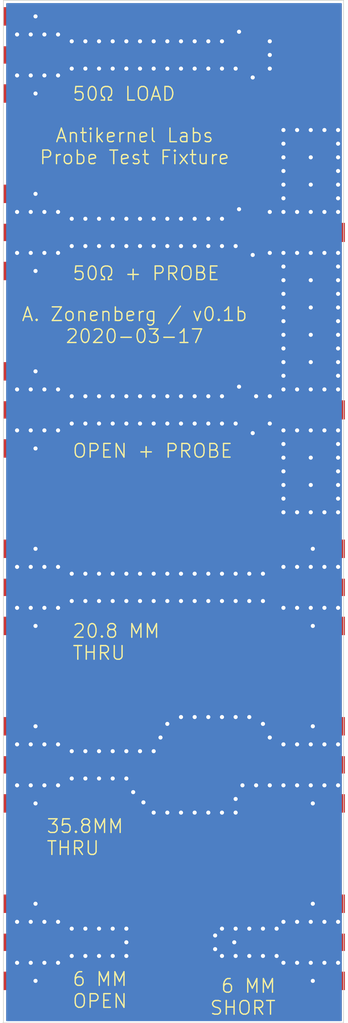
<source format=kicad_pcb>
(kicad_pcb (version 20171130) (host pcbnew "(5.1.4)")

  (general
    (thickness 1.6)
    (drawings 18)
    (tracks 902)
    (zones 0)
    (modules 17)
    (nets 8)
  )

  (page A4)
  (layers
    (0 F.Cu signal)
    (31 B.Cu signal)
    (32 B.Adhes user)
    (33 F.Adhes user)
    (34 B.Paste user)
    (35 F.Paste user)
    (36 B.SilkS user)
    (37 F.SilkS user)
    (38 B.Mask user)
    (39 F.Mask user)
    (40 Dwgs.User user)
    (41 Cmts.User user)
    (42 Eco1.User user)
    (43 Eco2.User user)
    (44 Edge.Cuts user)
    (45 Margin user)
    (46 B.CrtYd user)
    (47 F.CrtYd user)
    (48 B.Fab user)
    (49 F.Fab user)
  )

  (setup
    (last_trace_width 0.8)
    (user_trace_width 0.5)
    (user_trace_width 0.8)
    (trace_clearance 0.1)
    (zone_clearance 0.15)
    (zone_45_only no)
    (trace_min 0.2)
    (via_size 0.55)
    (via_drill 0.3)
    (via_min_size 0.4)
    (via_min_drill 0.3)
    (user_via 0.55 0.3)
    (uvia_size 0.3)
    (uvia_drill 0.1)
    (uvias_allowed no)
    (uvia_min_size 0.2)
    (uvia_min_drill 0.1)
    (edge_width 0.05)
    (segment_width 0.2)
    (pcb_text_width 0.3)
    (pcb_text_size 1.5 1.5)
    (mod_edge_width 0.12)
    (mod_text_size 1 1)
    (mod_text_width 0.15)
    (pad_size 4.8 1.4)
    (pad_drill 0)
    (pad_to_mask_clearance 0.05)
    (solder_mask_min_width 0.05)
    (aux_axis_origin 0 0)
    (visible_elements FFFFFF7F)
    (pcbplotparams
      (layerselection 0x210f8_ffffffff)
      (usegerberextensions false)
      (usegerberattributes false)
      (usegerberadvancedattributes false)
      (creategerberjobfile false)
      (excludeedgelayer true)
      (linewidth 0.100000)
      (plotframeref false)
      (viasonmask false)
      (mode 1)
      (useauxorigin false)
      (hpglpennumber 1)
      (hpglpenspeed 20)
      (hpglpendiameter 15.000000)
      (psnegative false)
      (psa4output false)
      (plotreference true)
      (plotvalue true)
      (plotinvisibletext false)
      (padsonsilk false)
      (subtractmaskfromsilk false)
      (outputformat 1)
      (mirror false)
      (drillshape 0)
      (scaleselection 1)
      (outputdirectory "output/"))
  )

  (net 0 "")
  (net 1 /GND)
  (net 2 "Net-(J1-Pad1)")
  (net 3 "Net-(J10-Pad1)")
  (net 4 "Net-(J11-Pad1)")
  (net 5 "Net-(J4-Pad1)")
  (net 6 "Net-(J5-Pad1)")
  (net 7 /OPEN)

  (net_class Default "This is the default net class."
    (clearance 0.1)
    (trace_width 0.8)
    (via_dia 0.55)
    (via_drill 0.3)
    (uvia_dia 0.3)
    (uvia_drill 0.1)
    (add_net /GND)
    (add_net /OPEN)
    (add_net "Net-(J1-Pad1)")
    (add_net "Net-(J10-Pad1)")
    (add_net "Net-(J11-Pad1)")
    (add_net "Net-(J4-Pad1)")
    (add_net "Net-(J5-Pad1)")
  )

  (module azonenberg_pcb:CONN_MILLMAX_0339_EDGELAUNCH (layer F.Cu) (tedit 5E63B330) (tstamp 5E63546C)
    (at 52.6 66)
    (path /5E6154B4)
    (fp_text reference J11 (at -0.05 2.975) (layer F.SilkS) hide
      (effects (font (size 1 1) (thickness 0.15)))
    )
    (fp_text value PROBE (at -0.025 1.575) (layer F.Fab) hide
      (effects (font (size 1 1) (thickness 0.15)))
    )
    (pad 1 smd rect (at 0 0) (size 4.8 1.4) (layers F.Cu F.Paste F.Mask)
      (net 4 "Net-(J11-Pad1)") (clearance 0.175))
    (model :datasheets:Mill-Max/pin-socket-0339.step
      (offset (xyz -2.1 0 0.65))
      (scale (xyz 1 1 1))
      (rotate (xyz 180 90 0))
    )
  )

  (module azonenberg_pcb:CONN_MILLMAX_0339_EDGELAUNCH (layer F.Cu) (tedit 5E63B322) (tstamp 5E635467)
    (at 52.6 53)
    (path /5E608C57)
    (fp_text reference J10 (at -0.05 2.975) (layer F.SilkS) hide
      (effects (font (size 1 1) (thickness 0.15)))
    )
    (fp_text value PROBE (at -0.025 1.575) (layer F.Fab) hide
      (effects (font (size 1 1) (thickness 0.15)))
    )
    (pad 1 smd rect (at 0 0) (size 4.8 1.4) (layers F.Cu F.Paste F.Mask)
      (net 3 "Net-(J10-Pad1)") (clearance 0.175))
    (model :datasheets:Mill-Max/pin-socket-0339.step
      (offset (xyz -2.1 0 0.65))
      (scale (xyz 1 1 1))
      (rotate (xyz 180 90 0))
    )
  )

  (module azonenberg_pcb:EIA_0402_RES_NOSILK_FLIPCHIP (layer F.Cu) (tedit 5E628288) (tstamp 5E635490)
    (at 47.25 65.35 90)
    (path /5E6154A2)
    (solder_paste_margin -0.1)
    (fp_text reference R6 (at 0 1.5 90) (layer F.SilkS) hide
      (effects (font (size 1 1) (thickness 0.15)))
    )
    (fp_text value DNP (at 0 3.5 90) (layer F.SilkS) hide
      (effects (font (size 1 1) (thickness 0.15)))
    )
    (pad 2 smd rect (at 0.5 0 90) (size 0.5 0.5) (layers F.Cu F.Paste F.Mask)
      (net 1 /GND))
    (pad 1 smd rect (at -0.5 0 90) (size 0.5 0.5) (layers F.Cu F.Paste F.Mask)
      (net 4 "Net-(J11-Pad1)"))
  )

  (module azonenberg_pcb:EIA_0402_RES_NOSILK_FLIPCHIP (layer F.Cu) (tedit 5E628288) (tstamp 5E63548A)
    (at 48.25 53.65 270)
    (path /5E6072EF)
    (solder_paste_margin -0.1)
    (fp_text reference R5 (at 0 1.5 90) (layer F.SilkS) hide
      (effects (font (size 1 1) (thickness 0.15)))
    )
    (fp_text value 100 (at 0 3.5 90) (layer F.SilkS) hide
      (effects (font (size 1 1) (thickness 0.15)))
    )
    (pad 2 smd rect (at 0.5 0 270) (size 0.5 0.5) (layers F.Cu F.Paste F.Mask)
      (net 1 /GND))
    (pad 1 smd rect (at -0.5 0 270) (size 0.5 0.5) (layers F.Cu F.Paste F.Mask)
      (net 3 "Net-(J10-Pad1)"))
    (model /nfs4/home/azonenberg/kicad-libs/3rdparty/walter/smd_resistors/r_0402.wrl
      (at (xyz 0 0 0))
      (scale (xyz 1 1 1))
      (rotate (xyz 0 0 0))
    )
  )

  (module azonenberg_pcb:EIA_0402_RES_NOSILK_FLIPCHIP (layer F.Cu) (tedit 5E628288) (tstamp 5E635484)
    (at 48.25 40.65 270)
    (path /5E606B42)
    (solder_paste_margin -0.1)
    (fp_text reference R4 (at 0 1.5 90) (layer F.SilkS) hide
      (effects (font (size 1 1) (thickness 0.15)))
    )
    (fp_text value 100 (at 0 3.5 90) (layer F.SilkS) hide
      (effects (font (size 1 1) (thickness 0.15)))
    )
    (pad 2 smd rect (at 0.5 0 270) (size 0.5 0.5) (layers F.Cu F.Paste F.Mask)
      (net 1 /GND))
    (pad 1 smd rect (at -0.5 0 270) (size 0.5 0.5) (layers F.Cu F.Paste F.Mask)
      (net 2 "Net-(J1-Pad1)"))
    (model /nfs4/home/azonenberg/kicad-libs/3rdparty/walter/smd_resistors/r_0402.wrl
      (at (xyz 0 0 0))
      (scale (xyz 1 1 1))
      (rotate (xyz 0 0 0))
    )
  )

  (module azonenberg_pcb:EIA_0402_RES_NOSILK_FLIPCHIP (layer F.Cu) (tedit 5E628288) (tstamp 5E63547E)
    (at 48.25 66.65 270)
    (path /5E615498)
    (solder_paste_margin -0.1)
    (fp_text reference R3 (at 0 1.5 90) (layer F.SilkS) hide
      (effects (font (size 1 1) (thickness 0.15)))
    )
    (fp_text value DNP (at 0 3.5 90) (layer F.SilkS) hide
      (effects (font (size 1 1) (thickness 0.15)))
    )
    (pad 2 smd rect (at 0.5 0 270) (size 0.5 0.5) (layers F.Cu F.Paste F.Mask)
      (net 1 /GND))
    (pad 1 smd rect (at -0.5 0 270) (size 0.5 0.5) (layers F.Cu F.Paste F.Mask)
      (net 4 "Net-(J11-Pad1)"))
  )

  (module azonenberg_pcb:EIA_0402_RES_NOSILK_FLIPCHIP (layer F.Cu) (tedit 5E628288) (tstamp 5E638993)
    (at 47.25 52.35 90)
    (path /5E6072E5)
    (solder_paste_margin -0.1)
    (fp_text reference R2 (at 0 1.5 90) (layer F.SilkS) hide
      (effects (font (size 1 1) (thickness 0.15)))
    )
    (fp_text value 100 (at 0 3.5 90) (layer F.SilkS) hide
      (effects (font (size 1 1) (thickness 0.15)))
    )
    (pad 2 smd rect (at 0.5 0 90) (size 0.5 0.5) (layers F.Cu F.Paste F.Mask)
      (net 1 /GND))
    (pad 1 smd rect (at -0.5 0 90) (size 0.5 0.5) (layers F.Cu F.Paste F.Mask)
      (net 3 "Net-(J10-Pad1)"))
    (model /nfs4/home/azonenberg/kicad-libs/3rdparty/walter/smd_resistors/r_0402.wrl
      (at (xyz 0 0 0))
      (scale (xyz 1 1 1))
      (rotate (xyz 0 0 0))
    )
  )

  (module azonenberg_pcb:EIA_0402_RES_NOSILK_FLIPCHIP (layer F.Cu) (tedit 5E628288) (tstamp 5E635472)
    (at 47.25 39.35 90)
    (path /5E60648A)
    (solder_paste_margin -0.1)
    (fp_text reference R1 (at 0 1.5 90) (layer F.SilkS) hide
      (effects (font (size 1 1) (thickness 0.15)))
    )
    (fp_text value 100 (at 0 3.5 90) (layer F.SilkS) hide
      (effects (font (size 1 1) (thickness 0.15)))
    )
    (pad 2 smd rect (at 0.5 0 90) (size 0.5 0.5) (layers F.Cu F.Paste F.Mask)
      (net 1 /GND))
    (pad 1 smd rect (at -0.5 0 90) (size 0.5 0.5) (layers F.Cu F.Paste F.Mask)
      (net 2 "Net-(J1-Pad1)"))
    (model /nfs4/home/azonenberg/kicad-libs/3rdparty/walter/smd_resistors/r_0402.wrl
      (at (xyz 0 0 0))
      (scale (xyz 1 1 1))
      (rotate (xyz 0 0 0))
    )
  )

  (module azonenberg_pcb:CONN_SMA_EDGE_SAMTEC_SMA_J_P_H_ST_EM1 (layer F.Cu) (tedit 5E639B92) (tstamp 5E635462)
    (at 55 92 90)
    (path /5E612A68)
    (fp_text reference J9 (at 0 3.1 90) (layer F.SilkS) hide
      (effects (font (size 1.5 1.5) (thickness 0.15)))
    )
    (fp_text value SMA (at 0 1.6 90) (layer F.Fab) hide
      (effects (font (size 1.5 1.5) (thickness 0.15)))
    )
    (pad 2 smd rect (at -2.825 -2.35 90) (size 1.35 4.7) (layers F.Cu F.Paste F.Mask)
      (net 1 /GND))
    (pad 2 smd rect (at 2.825 -2.35 90) (size 1.35 4.7) (layers F.Cu F.Paste F.Mask)
      (net 1 /GND))
    (pad 1 smd rect (at 0 -2.1 90) (size 1.27 4.2) (layers F.Cu F.Paste F.Mask)
      (net 6 "Net-(J5-Pad1)") (clearance 0.15))
    (model :SAMTEC:SMA-J-P-H-ST-EM1.stp
      (offset (xyz 0 -1.49999997747226 0))
      (scale (xyz 1 1 1))
      (rotate (xyz 0 -90 180))
    )
  )

  (module azonenberg_pcb:CONN_SMA_EDGE_SAMTEC_SMA_J_P_H_ST_EM1 (layer F.Cu) (tedit 5E639B80) (tstamp 5E63545B)
    (at 55 79 90)
    (path /5E60C527)
    (fp_text reference J8 (at 0 3.1 90) (layer F.SilkS) hide
      (effects (font (size 1.5 1.5) (thickness 0.15)))
    )
    (fp_text value SMA (at 0 1.6 90) (layer F.Fab) hide
      (effects (font (size 1.5 1.5) (thickness 0.15)))
    )
    (pad 2 smd rect (at -2.825 -2.35 90) (size 1.35 4.7) (layers F.Cu F.Paste F.Mask)
      (net 1 /GND))
    (pad 2 smd rect (at 2.825 -2.35 90) (size 1.35 4.7) (layers F.Cu F.Paste F.Mask)
      (net 1 /GND))
    (pad 1 smd rect (at 0 -2.1 90) (size 1.27 4.2) (layers F.Cu F.Paste F.Mask)
      (net 5 "Net-(J4-Pad1)") (clearance 0.15))
    (model :SAMTEC:SMA-J-P-H-ST-EM1.stp
      (offset (xyz 0 -1.49999997747226 0))
      (scale (xyz 1 1 1))
      (rotate (xyz 0 -90 180))
    )
  )

  (module azonenberg_pcb:CONN_SMA_EDGE_SAMTEC_SMA_J_P_H_ST_EM1 (layer F.Cu) (tedit 5E639B9A) (tstamp 5E635454)
    (at 55 105 90)
    (path /5E60E2D5)
    (fp_text reference J7 (at 0 3.1 90) (layer F.SilkS) hide
      (effects (font (size 1.5 1.5) (thickness 0.15)))
    )
    (fp_text value SMA (at 0 1.6 90) (layer F.Fab) hide
      (effects (font (size 1.5 1.5) (thickness 0.15)))
    )
    (pad 2 smd rect (at -2.825 -2.35 90) (size 1.35 4.7) (layers F.Cu F.Paste F.Mask)
      (net 1 /GND))
    (pad 2 smd rect (at 2.825 -2.35 90) (size 1.35 4.7) (layers F.Cu F.Paste F.Mask)
      (net 1 /GND))
    (pad 1 smd rect (at 0 -2.1 90) (size 1.27 4.2) (layers F.Cu F.Paste F.Mask)
      (net 1 /GND) (clearance 0.15))
    (model :SAMTEC:SMA-J-P-H-ST-EM1.stp
      (offset (xyz 0 -1.49999997747226 0))
      (scale (xyz 1 1 1))
      (rotate (xyz 0 -90 180))
    )
  )

  (module azonenberg_pcb:CONN_SMA_EDGE_SAMTEC_SMA_J_P_H_ST_EM1 (layer F.Cu) (tedit 5E639BA1) (tstamp 5E63544D)
    (at 30 105 270)
    (path /5E60D596)
    (fp_text reference J6 (at 0 3.1 90) (layer F.SilkS) hide
      (effects (font (size 1.5 1.5) (thickness 0.15)))
    )
    (fp_text value SMA (at 0 1.6 90) (layer F.Fab) hide
      (effects (font (size 1.5 1.5) (thickness 0.15)))
    )
    (pad 2 smd rect (at -2.825 -2.35 270) (size 1.35 4.7) (layers F.Cu F.Paste F.Mask)
      (net 1 /GND))
    (pad 2 smd rect (at 2.825 -2.35 270) (size 1.35 4.7) (layers F.Cu F.Paste F.Mask)
      (net 1 /GND))
    (pad 1 smd rect (at 0 -2.1 270) (size 1.27 4.2) (layers F.Cu F.Paste F.Mask)
      (net 7 /OPEN) (clearance 0.15))
    (model :SAMTEC:SMA-J-P-H-ST-EM1.stp
      (offset (xyz 0 -1.49999997747226 0))
      (scale (xyz 1 1 1))
      (rotate (xyz 0 -90 180))
    )
  )

  (module azonenberg_pcb:CONN_SMA_EDGE_SAMTEC_SMA_J_P_H_ST_EM1 (layer F.Cu) (tedit 5E639B87) (tstamp 5E635446)
    (at 30 92 270)
    (path /5E612A5A)
    (fp_text reference J5 (at 0 3.1 90) (layer F.SilkS) hide
      (effects (font (size 1.5 1.5) (thickness 0.15)))
    )
    (fp_text value SMA (at 0 1.6 90) (layer F.Fab) hide
      (effects (font (size 1.5 1.5) (thickness 0.15)))
    )
    (pad 2 smd rect (at -2.825 -2.35 270) (size 1.35 4.7) (layers F.Cu F.Paste F.Mask)
      (net 1 /GND))
    (pad 2 smd rect (at 2.825 -2.35 270) (size 1.35 4.7) (layers F.Cu F.Paste F.Mask)
      (net 1 /GND))
    (pad 1 smd rect (at 0 -2.1 270) (size 1.27 4.2) (layers F.Cu F.Paste F.Mask)
      (net 6 "Net-(J5-Pad1)") (clearance 0.15))
    (model :SAMTEC:SMA-J-P-H-ST-EM1.stp
      (offset (xyz 0 -1.49999997747226 0))
      (scale (xyz 1 1 1))
      (rotate (xyz 0 -90 180))
    )
  )

  (module azonenberg_pcb:CONN_SMA_EDGE_SAMTEC_SMA_J_P_H_ST_EM1 (layer F.Cu) (tedit 5E639B7A) (tstamp 5E63543F)
    (at 30 79 270)
    (path /5E60A222)
    (fp_text reference J4 (at 0 3.1 90) (layer F.SilkS) hide
      (effects (font (size 1.5 1.5) (thickness 0.15)))
    )
    (fp_text value SMA (at 0 1.6 90) (layer F.Fab) hide
      (effects (font (size 1.5 1.5) (thickness 0.15)))
    )
    (pad 2 smd rect (at -2.825 -2.35 270) (size 1.35 4.7) (layers F.Cu F.Paste F.Mask)
      (net 1 /GND))
    (pad 2 smd rect (at 2.825 -2.35 270) (size 1.35 4.7) (layers F.Cu F.Paste F.Mask)
      (net 1 /GND))
    (pad 1 smd rect (at 0 -2.1 270) (size 1.27 4.2) (layers F.Cu F.Paste F.Mask)
      (net 5 "Net-(J4-Pad1)") (clearance 0.15))
    (model :SAMTEC:SMA-J-P-H-ST-EM1.stp
      (offset (xyz 0 -1.49999997747226 0))
      (scale (xyz 1 1 1))
      (rotate (xyz 0 -90 180))
    )
  )

  (module azonenberg_pcb:CONN_SMA_EDGE_SAMTEC_SMA_J_P_H_ST_EM1 (layer F.Cu) (tedit 5E639B72) (tstamp 5E635438)
    (at 30 66 270)
    (path /5E61548D)
    (fp_text reference J3 (at 0 3.1 90) (layer F.SilkS) hide
      (effects (font (size 1.5 1.5) (thickness 0.15)))
    )
    (fp_text value SMA (at 0 1.6 90) (layer F.Fab) hide
      (effects (font (size 1.5 1.5) (thickness 0.15)))
    )
    (pad 2 smd rect (at -2.825 -2.35 270) (size 1.35 4.7) (layers F.Cu F.Paste F.Mask)
      (net 1 /GND))
    (pad 2 smd rect (at 2.825 -2.35 270) (size 1.35 4.7) (layers F.Cu F.Paste F.Mask)
      (net 1 /GND))
    (pad 1 smd rect (at 0 -2.1 270) (size 1.27 4.2) (layers F.Cu F.Paste F.Mask)
      (net 4 "Net-(J11-Pad1)") (clearance 0.15))
    (model :SAMTEC:SMA-J-P-H-ST-EM1.stp
      (offset (xyz 0 -1.49999997747226 0))
      (scale (xyz 1 1 1))
      (rotate (xyz 0 -90 180))
    )
  )

  (module azonenberg_pcb:CONN_SMA_EDGE_SAMTEC_SMA_J_P_H_ST_EM1 (layer F.Cu) (tedit 5E639B6A) (tstamp 5E635431)
    (at 30 53 270)
    (path /5E6072DA)
    (fp_text reference J2 (at 0 3.1 90) (layer F.SilkS) hide
      (effects (font (size 1.5 1.5) (thickness 0.15)))
    )
    (fp_text value SMA (at 0 1.6 90) (layer F.Fab) hide
      (effects (font (size 1.5 1.5) (thickness 0.15)))
    )
    (pad 2 smd rect (at -2.825 -2.35 270) (size 1.35 4.7) (layers F.Cu F.Paste F.Mask)
      (net 1 /GND))
    (pad 2 smd rect (at 2.825 -2.35 270) (size 1.35 4.7) (layers F.Cu F.Paste F.Mask)
      (net 1 /GND))
    (pad 1 smd rect (at 0 -2.1 270) (size 1.27 4.2) (layers F.Cu F.Paste F.Mask)
      (net 3 "Net-(J10-Pad1)") (clearance 0.15))
    (model :SAMTEC:SMA-J-P-H-ST-EM1.stp
      (offset (xyz 0 -1.49999997747226 0))
      (scale (xyz 1 1 1))
      (rotate (xyz 0 -90 180))
    )
  )

  (module azonenberg_pcb:CONN_SMA_EDGE_SAMTEC_SMA_J_P_H_ST_EM1 (layer F.Cu) (tedit 5E639B62) (tstamp 5E63542A)
    (at 30 40 270)
    (path /5E605973)
    (fp_text reference J1 (at 0 3.1 90) (layer F.SilkS) hide
      (effects (font (size 1.5 1.5) (thickness 0.15)))
    )
    (fp_text value SMA (at 0 1.6 90) (layer F.Fab) hide
      (effects (font (size 1.5 1.5) (thickness 0.15)))
    )
    (pad 2 smd rect (at -2.825 -2.35 270) (size 1.35 4.7) (layers F.Cu F.Paste F.Mask)
      (net 1 /GND))
    (pad 2 smd rect (at 2.825 -2.35 270) (size 1.35 4.7) (layers F.Cu F.Paste F.Mask)
      (net 1 /GND))
    (pad 1 smd rect (at 0 -2.1 270) (size 1.27 4.2) (layers F.Cu F.Paste F.Mask)
      (net 2 "Net-(J1-Pad1)") (clearance 0.15))
    (model :SAMTEC:SMA-J-P-H-ST-EM1.stp
      (offset (xyz 0 -1.49999997747226 0))
      (scale (xyz 1 1 1))
      (rotate (xyz 0 -90 180))
    )
  )

  (gr_line (start 49.5 97.5) (end 37.5 97.5) (layer F.Fab) (width 0.15) (tstamp 5E670E41))
  (gr_line (start 49.5 102.75) (end 49.5 97.5) (layer F.Fab) (width 0.15))
  (gr_line (start 37.5 102.75) (end 49.5 102.75) (layer F.Fab) (width 0.15))
  (gr_line (start 37.5 97.5) (end 37.5 102.75) (layer F.Fab) (width 0.15))
  (gr_text "Place UL mark\nand date code\nin this area" (at 43.6 100.3) (layer F.Fab)
    (effects (font (size 1 1) (thickness 0.15)))
  )
  (gr_text "6 MM\nSHORT" (at 50 109) (layer F.SilkS) (tstamp 5E638C0B)
    (effects (font (size 1 1) (thickness 0.1)) (justify right))
  )
  (gr_text "6 MM\nOPEN" (at 35 108.5) (layer F.SilkS) (tstamp 5E638C60)
    (effects (font (size 1 1) (thickness 0.1)) (justify left))
  )
  (gr_text "35.8MM\nTHRU" (at 33.1 97.3) (layer F.SilkS) (tstamp 5E638A4C)
    (effects (font (size 1 1) (thickness 0.1)) (justify left))
  )
  (gr_text "20.8 MM\nTHRU" (at 35 83) (layer F.SilkS) (tstamp 5E638A44)
    (effects (font (size 1 1) (thickness 0.1)) (justify left))
  )
  (gr_text "OPEN + PROBE" (at 35 69) (layer F.SilkS) (tstamp 5E638A3E)
    (effects (font (size 1 1) (thickness 0.1)) (justify left))
  )
  (gr_text "A. Zonenberg / v0.1b\n2020-03-17" (at 39.6 59.8) (layer F.SilkS) (tstamp 5E65769E)
    (effects (font (size 1 1) (thickness 0.1)))
  )
  (gr_text "50Ω + PROBE" (at 35 56) (layer F.SilkS) (tstamp 5E638A2B)
    (effects (font (size 1 1) (thickness 0.1)) (justify left))
  )
  (gr_text "50Ω LOAD" (at 35 42.85) (layer F.SilkS)
    (effects (font (size 1 1) (thickness 0.1)) (justify left))
  )
  (gr_text "Antikernel Labs\nProbe Test Fixture" (at 39.6 46.7) (layer F.SilkS)
    (effects (font (size 1 1) (thickness 0.1)))
  )
  (gr_line (start 54.9 36) (end 30 36) (layer Edge.Cuts) (width 0.05) (tstamp 5E638711))
  (gr_line (start 54.9 110.9) (end 54.9 36) (layer Edge.Cuts) (width 0.05))
  (gr_line (start 29.95 110.9) (end 54.9 110.9) (layer Edge.Cuts) (width 0.05))
  (gr_line (start 30 36) (end 30 110.9) (layer Edge.Cuts) (width 0.05))

  (via (at 32.35 37.175) (size 0.55) (drill 0.3) (layers F.Cu B.Cu) (net 1))
  (via (at 32.35 42.825) (size 0.55) (drill 0.3) (layers F.Cu B.Cu) (net 1))
  (via (at 32.35 50.175) (size 0.55) (drill 0.3) (layers F.Cu B.Cu) (net 1))
  (via (at 32.35 55.825) (size 0.55) (drill 0.3) (layers F.Cu B.Cu) (net 1))
  (via (at 32.35 76.175) (size 0.55) (drill 0.3) (layers F.Cu B.Cu) (net 1))
  (via (at 52.65 76.175) (size 0.55) (drill 0.3) (layers F.Cu B.Cu) (net 1))
  (via (at 32.35 81.825) (size 0.55) (drill 0.3) (layers F.Cu B.Cu) (net 1))
  (via (at 52.65 81.825) (size 0.55) (drill 0.3) (layers F.Cu B.Cu) (net 1))
  (via (at 32.35 89.175) (size 0.55) (drill 0.3) (layers F.Cu B.Cu) (net 1))
  (via (at 32.35 94.825) (size 0.55) (drill 0.3) (layers F.Cu B.Cu) (net 1))
  (via (at 52.65 89.175) (size 0.55) (drill 0.3) (layers F.Cu B.Cu) (net 1))
  (via (at 52.65 94.825) (size 0.55) (drill 0.3) (layers F.Cu B.Cu) (net 1))
  (via (at 32.35 102.175) (size 0.55) (drill 0.3) (layers F.Cu B.Cu) (net 1))
  (via (at 32.35 107.825) (size 0.55) (drill 0.3) (layers F.Cu B.Cu) (net 1))
  (via (at 52.65 102.175) (size 0.55) (drill 0.3) (layers F.Cu B.Cu) (net 1))
  (via (at 52.65 107.825) (size 0.55) (drill 0.3) (layers F.Cu B.Cu) (net 1))
  (segment (start 52.65 107.825) (end 49.5 107.825) (width 0.8) (layer B.Cu) (net 1))
  (segment (start 52.65 81.825) (end 49.5 81.825) (width 0.8) (layer B.Cu) (net 1))
  (via (at 32.35 63.175) (size 0.55) (drill 0.3) (layers F.Cu B.Cu) (net 1))
  (via (at 32.35 68.825) (size 0.55) (drill 0.3) (layers F.Cu B.Cu) (net 1))
  (segment (start 35.5 68.825) (end 35.675 69) (width 0.8) (layer B.Cu) (net 1))
  (segment (start 32.35 68.825) (end 35.5 68.825) (width 0.8) (layer B.Cu) (net 1))
  (segment (start 35.675 69) (end 48 69) (width 0.8) (layer B.Cu) (net 1))
  (segment (start 48 76) (end 48.175 76.175) (width 0.8) (layer B.Cu) (net 1))
  (segment (start 48 69) (end 48 76) (width 0.8) (layer B.Cu) (net 1))
  (segment (start 32.35 76.175) (end 48.175 76.175) (width 0.8) (layer B.Cu) (net 1))
  (segment (start 48.175 76.175) (end 52.65 76.175) (width 0.8) (layer B.Cu) (net 1))
  (segment (start 48 81.65) (end 48.175 81.825) (width 0.8) (layer B.Cu) (net 1))
  (segment (start 49.5 81.825) (end 48.175 81.825) (width 0.8) (layer B.Cu) (net 1))
  (segment (start 48.175 81.825) (end 32.35 81.825) (width 0.8) (layer B.Cu) (net 1))
  (segment (start 32.35 102.175) (end 48.175 102.175) (width 0.8) (layer B.Cu) (net 1))
  (segment (start 48.175 102.175) (end 52.65 102.175) (width 0.8) (layer B.Cu) (net 1))
  (segment (start 49.5 107.825) (end 48.175 107.825) (width 0.8) (layer B.Cu) (net 1))
  (segment (start 32.35 55.825) (end 47.825 55.825) (width 0.8) (layer B.Cu) (net 1))
  (segment (start 47.825 55.825) (end 48 56) (width 0.8) (layer B.Cu) (net 1))
  (segment (start 32.35 50.175) (end 47.825 50.175) (width 0.8) (layer B.Cu) (net 1))
  (segment (start 47.825 50.175) (end 48 50.35) (width 0.8) (layer B.Cu) (net 1))
  (segment (start 32.35 42.825) (end 47.825 42.825) (width 0.8) (layer B.Cu) (net 1))
  (segment (start 48 43) (end 48 50.35) (width 0.8) (layer B.Cu) (net 1))
  (segment (start 47.825 42.825) (end 48 43) (width 0.8) (layer B.Cu) (net 1))
  (segment (start 47.825 37.175) (end 48 37.35) (width 0.8) (layer B.Cu) (net 1))
  (via (at 47.25 38.3) (size 0.55) (drill 0.3) (layers F.Cu B.Cu) (net 1))
  (segment (start 47.25 38.85) (end 47.25 38.3) (width 0.5) (layer F.Cu) (net 1))
  (segment (start 47.8 38.3) (end 48 38.5) (width 0.5) (layer B.Cu) (net 1))
  (segment (start 47.25 38.3) (end 47.8 38.3) (width 0.5) (layer B.Cu) (net 1))
  (segment (start 48 37.35) (end 48 38.5) (width 0.8) (layer B.Cu) (net 1))
  (via (at 48.25 41.65) (size 0.55) (drill 0.3) (layers F.Cu B.Cu) (net 1))
  (segment (start 48.25 41.15) (end 48.25 41.65) (width 0.5) (layer F.Cu) (net 1))
  (segment (start 48.25 42.4) (end 47.825 42.825) (width 0.5) (layer B.Cu) (net 1))
  (segment (start 48.25 41.65) (end 48.25 42.4) (width 0.5) (layer B.Cu) (net 1))
  (segment (start 48.25 38.75) (end 48.25 41.65) (width 0.5) (layer B.Cu) (net 1))
  (segment (start 48 38.5) (end 48.25 38.75) (width 0.5) (layer B.Cu) (net 1))
  (via (at 47.25 51.3) (size 0.55) (drill 0.3) (layers F.Cu B.Cu) (net 1))
  (segment (start 47.25 51.85) (end 47.25 51.3) (width 0.5) (layer F.Cu) (net 1))
  (segment (start 47.9 51.3) (end 48 51.4) (width 0.5) (layer B.Cu) (net 1))
  (segment (start 47.25 51.3) (end 47.9 51.3) (width 0.5) (layer B.Cu) (net 1))
  (segment (start 48 50.35) (end 48 51.4) (width 0.8) (layer B.Cu) (net 1))
  (via (at 48.25 54.65) (size 0.55) (drill 0.3) (layers F.Cu B.Cu) (net 1))
  (segment (start 48.25 54.15) (end 48.25 54.65) (width 0.5) (layer F.Cu) (net 1))
  (segment (start 48 55.288908) (end 48 56.95) (width 0.5) (layer B.Cu) (net 1))
  (segment (start 48.25 54.65) (end 48.25 55.038908) (width 0.5) (layer B.Cu) (net 1))
  (segment (start 48.25 55.038908) (end 48 55.288908) (width 0.5) (layer B.Cu) (net 1))
  (segment (start 48 56) (end 48 56.95) (width 0.8) (layer B.Cu) (net 1))
  (segment (start 48.25 51.65) (end 48 51.4) (width 0.5) (layer B.Cu) (net 1))
  (segment (start 48.25 54.65) (end 48.25 51.65) (width 0.5) (layer B.Cu) (net 1))
  (via (at 47.25 64.3) (size 0.55) (drill 0.3) (layers F.Cu B.Cu) (net 1))
  (segment (start 47.25 64.85) (end 47.25 64.3) (width 0.5) (layer F.Cu) (net 1))
  (segment (start 47.95 64.3) (end 48 64.35) (width 0.5) (layer B.Cu) (net 1))
  (segment (start 47.25 64.3) (end 47.95 64.3) (width 0.5) (layer B.Cu) (net 1))
  (via (at 48.25 67.7) (size 0.55) (drill 0.3) (layers F.Cu B.Cu) (net 1))
  (segment (start 48.25 67.15) (end 48.25 67.7) (width 0.5) (layer F.Cu) (net 1))
  (segment (start 48.25 68.75) (end 48 69) (width 0.5) (layer B.Cu) (net 1))
  (segment (start 48.25 67.7) (end 48.25 68.75) (width 0.5) (layer B.Cu) (net 1))
  (segment (start 48 67.061092) (end 48 64.35) (width 0.5) (layer B.Cu) (net 1))
  (segment (start 48.25 67.311092) (end 48 67.061092) (width 0.5) (layer B.Cu) (net 1))
  (segment (start 48.25 67.7) (end 48.25 67.311092) (width 0.5) (layer B.Cu) (net 1))
  (segment (start 47.925 63.175) (end 48 63.1) (width 0.8) (layer B.Cu) (net 1))
  (segment (start 32.35 63.175) (end 47.925 63.175) (width 0.8) (layer B.Cu) (net 1))
  (segment (start 48 56.95) (end 48 63.1) (width 0.8) (layer B.Cu) (net 1))
  (segment (start 48 63.1) (end 48 64.35) (width 0.8) (layer B.Cu) (net 1))
  (via (at 46.9 105) (size 0.55) (drill 0.3) (layers F.Cu B.Cu) (net 1))
  (segment (start 52.9 105) (end 46.9 105) (width 0.8) (layer F.Cu) (net 1))
  (via (at 35 39) (size 0.55) (drill 0.3) (layers F.Cu B.Cu) (net 1))
  (segment (start 35.175 38.825) (end 35 39) (width 0.5) (layer B.Cu) (net 1))
  (segment (start 35.175 37.175) (end 47.825 37.175) (width 0.8) (layer B.Cu) (net 1))
  (segment (start 32.35 37.175) (end 35.175 37.175) (width 0.8) (layer B.Cu) (net 1))
  (via (at 36 39) (size 0.55) (drill 0.3) (layers F.Cu B.Cu) (net 1))
  (segment (start 35 39) (end 36 39) (width 0.5) (layer F.Cu) (net 1))
  (via (at 37 39) (size 0.55) (drill 0.3) (layers F.Cu B.Cu) (net 1))
  (segment (start 36 39) (end 37 39) (width 0.5) (layer B.Cu) (net 1))
  (via (at 38 39) (size 0.55) (drill 0.3) (layers F.Cu B.Cu) (net 1))
  (segment (start 37 39) (end 38 39) (width 0.5) (layer F.Cu) (net 1))
  (via (at 39 39) (size 0.55) (drill 0.3) (layers F.Cu B.Cu) (net 1))
  (segment (start 38 39) (end 39 39) (width 0.5) (layer B.Cu) (net 1))
  (via (at 40 39) (size 0.55) (drill 0.3) (layers F.Cu B.Cu) (net 1))
  (segment (start 39 39) (end 40 39) (width 0.5) (layer F.Cu) (net 1))
  (via (at 41 39) (size 0.55) (drill 0.3) (layers F.Cu B.Cu) (net 1))
  (segment (start 40 39) (end 41 39) (width 0.5) (layer B.Cu) (net 1))
  (via (at 42 39) (size 0.55) (drill 0.3) (layers F.Cu B.Cu) (net 1))
  (segment (start 41 39) (end 42 39) (width 0.5) (layer F.Cu) (net 1))
  (via (at 43 39) (size 0.55) (drill 0.3) (layers F.Cu B.Cu) (net 1))
  (segment (start 42 39) (end 43 39) (width 0.5) (layer B.Cu) (net 1))
  (via (at 44 39) (size 0.55) (drill 0.3) (layers F.Cu B.Cu) (net 1))
  (segment (start 43 39) (end 44 39) (width 0.5) (layer F.Cu) (net 1))
  (via (at 45 39) (size 0.55) (drill 0.3) (layers F.Cu B.Cu) (net 1))
  (segment (start 44 39) (end 45 39) (width 0.5) (layer B.Cu) (net 1))
  (via (at 46 39) (size 0.55) (drill 0.3) (layers F.Cu B.Cu) (net 1))
  (segment (start 45 39) (end 46 39) (width 0.5) (layer F.Cu) (net 1))
  (segment (start 46.55 39) (end 47.25 38.3) (width 0.5) (layer B.Cu) (net 1))
  (segment (start 46 39) (end 46.55 39) (width 0.5) (layer B.Cu) (net 1))
  (via (at 49.5 39) (size 0.55) (drill 0.3) (layers F.Cu B.Cu) (net 1))
  (segment (start 47.25 38.3) (end 48.8 38.3) (width 0.5) (layer B.Cu) (net 1))
  (segment (start 48.8 38.3) (end 49.5 39) (width 0.5) (layer B.Cu) (net 1))
  (via (at 49.5 40) (size 0.55) (drill 0.3) (layers F.Cu B.Cu) (net 1))
  (segment (start 49.5 39) (end 49.5 40) (width 0.5) (layer F.Cu) (net 1))
  (via (at 49.5 41) (size 0.55) (drill 0.3) (layers F.Cu B.Cu) (net 1))
  (segment (start 49.5 40) (end 49.5 41) (width 0.5) (layer B.Cu) (net 1))
  (via (at 35 41) (size 0.55) (drill 0.3) (layers F.Cu B.Cu) (net 1))
  (segment (start 35 39) (end 35 41) (width 0.5) (layer B.Cu) (net 1))
  (via (at 36 41) (size 0.55) (drill 0.3) (layers F.Cu B.Cu) (net 1))
  (segment (start 35 41) (end 36 41) (width 0.5) (layer F.Cu) (net 1))
  (via (at 37 41) (size 0.55) (drill 0.3) (layers F.Cu B.Cu) (net 1))
  (segment (start 36 41) (end 37 41) (width 0.5) (layer B.Cu) (net 1))
  (via (at 38 41) (size 0.55) (drill 0.3) (layers F.Cu B.Cu) (net 1))
  (segment (start 37 41) (end 38 41) (width 0.5) (layer F.Cu) (net 1))
  (via (at 39 41) (size 0.55) (drill 0.3) (layers F.Cu B.Cu) (net 1))
  (segment (start 38 41) (end 39 41) (width 0.5) (layer B.Cu) (net 1))
  (via (at 40 41) (size 0.55) (drill 0.3) (layers F.Cu B.Cu) (net 1))
  (segment (start 39 41) (end 40 41) (width 0.5) (layer F.Cu) (net 1))
  (via (at 41 41) (size 0.55) (drill 0.3) (layers F.Cu B.Cu) (net 1))
  (segment (start 40 41) (end 41 41) (width 0.5) (layer B.Cu) (net 1))
  (via (at 42 41) (size 0.55) (drill 0.3) (layers F.Cu B.Cu) (net 1))
  (segment (start 41 41) (end 42 41) (width 0.5) (layer F.Cu) (net 1))
  (via (at 43 41) (size 0.55) (drill 0.3) (layers F.Cu B.Cu) (net 1))
  (segment (start 42 41) (end 43 41) (width 0.5) (layer B.Cu) (net 1))
  (via (at 44 41) (size 0.55) (drill 0.3) (layers F.Cu B.Cu) (net 1))
  (segment (start 43 41) (end 44 41) (width 0.5) (layer F.Cu) (net 1))
  (via (at 45 41) (size 0.55) (drill 0.3) (layers F.Cu B.Cu) (net 1))
  (segment (start 44 41) (end 45 41) (width 0.5) (layer B.Cu) (net 1))
  (via (at 46 41) (size 0.55) (drill 0.3) (layers F.Cu B.Cu) (net 1))
  (segment (start 45 41) (end 46 41) (width 0.5) (layer F.Cu) (net 1))
  (via (at 47 41) (size 0.55) (drill 0.3) (layers F.Cu B.Cu) (net 1))
  (segment (start 46 41) (end 47 41) (width 0.5) (layer B.Cu) (net 1))
  (segment (start 47.6 41) (end 48.25 41.65) (width 0.5) (layer B.Cu) (net 1))
  (segment (start 47 41) (end 47.6 41) (width 0.5) (layer B.Cu) (net 1))
  (segment (start 34.175 38.325) (end 34 38.5) (width 0.5) (layer B.Cu) (net 1))
  (via (at 34 38.5) (size 0.55) (drill 0.3) (layers F.Cu B.Cu) (net 1))
  (segment (start 35.175 38.325) (end 34.175 38.325) (width 0.5) (layer B.Cu) (net 1))
  (segment (start 35.175 38.325) (end 35.175 38.825) (width 0.5) (layer B.Cu) (net 1))
  (segment (start 35.175 37.175) (end 35.175 38.325) (width 0.5) (layer B.Cu) (net 1))
  (via (at 33 38.5) (size 0.55) (drill 0.3) (layers F.Cu B.Cu) (net 1))
  (segment (start 34 38.5) (end 33 38.5) (width 0.5) (layer F.Cu) (net 1))
  (via (at 32 38.5) (size 0.55) (drill 0.3) (layers F.Cu B.Cu) (net 1))
  (segment (start 33 38.5) (end 32 38.5) (width 0.5) (layer B.Cu) (net 1))
  (via (at 31 38.5) (size 0.55) (drill 0.3) (layers F.Cu B.Cu) (net 1))
  (segment (start 32 38.5) (end 31 38.5) (width 0.5) (layer F.Cu) (net 1))
  (via (at 34 41.5) (size 0.55) (drill 0.3) (layers F.Cu B.Cu) (net 1))
  (segment (start 35 41) (end 34.5 41) (width 0.5) (layer B.Cu) (net 1))
  (segment (start 34.5 41) (end 34 41.5) (width 0.5) (layer B.Cu) (net 1))
  (via (at 33 41.5) (size 0.55) (drill 0.3) (layers F.Cu B.Cu) (net 1))
  (segment (start 34 41.5) (end 33 41.5) (width 0.5) (layer F.Cu) (net 1))
  (via (at 32 41.5) (size 0.55) (drill 0.3) (layers F.Cu B.Cu) (net 1))
  (segment (start 33 41.5) (end 32 41.5) (width 0.5) (layer B.Cu) (net 1))
  (via (at 31 41.5) (size 0.55) (drill 0.3) (layers F.Cu B.Cu) (net 1))
  (segment (start 32 41.5) (end 31 41.5) (width 0.5) (layer F.Cu) (net 1))
  (via (at 31 51.5) (size 0.55) (drill 0.3) (layers F.Cu B.Cu) (net 1))
  (segment (start 32.35 50.175) (end 32.325 50.175) (width 0.5) (layer B.Cu) (net 1))
  (segment (start 32.325 50.175) (end 31 51.5) (width 0.5) (layer B.Cu) (net 1))
  (via (at 32 51.5) (size 0.55) (drill 0.3) (layers F.Cu B.Cu) (net 1))
  (segment (start 31 51.5) (end 32 51.5) (width 0.5) (layer F.Cu) (net 1))
  (via (at 33 51.5) (size 0.55) (drill 0.3) (layers F.Cu B.Cu) (net 1))
  (segment (start 32 51.5) (end 33 51.5) (width 0.5) (layer B.Cu) (net 1))
  (via (at 34 51.5) (size 0.55) (drill 0.3) (layers F.Cu B.Cu) (net 1))
  (segment (start 33 51.5) (end 34 51.5) (width 0.5) (layer F.Cu) (net 1))
  (via (at 35 52) (size 0.55) (drill 0.3) (layers F.Cu B.Cu) (net 1))
  (segment (start 34 51.5) (end 34.5 51.5) (width 0.5) (layer B.Cu) (net 1))
  (segment (start 34.5 51.5) (end 35 52) (width 0.5) (layer B.Cu) (net 1))
  (via (at 36 52) (size 0.55) (drill 0.3) (layers F.Cu B.Cu) (net 1))
  (segment (start 35 52) (end 36 52) (width 0.5) (layer F.Cu) (net 1))
  (via (at 37 52) (size 0.55) (drill 0.3) (layers F.Cu B.Cu) (net 1))
  (segment (start 36 52) (end 37 52) (width 0.5) (layer B.Cu) (net 1))
  (via (at 38 52) (size 0.55) (drill 0.3) (layers F.Cu B.Cu) (net 1))
  (segment (start 37 52) (end 38 52) (width 0.5) (layer F.Cu) (net 1))
  (via (at 39 52) (size 0.55) (drill 0.3) (layers F.Cu B.Cu) (net 1))
  (segment (start 38 52) (end 39 52) (width 0.5) (layer B.Cu) (net 1))
  (via (at 40 52) (size 0.55) (drill 0.3) (layers F.Cu B.Cu) (net 1))
  (segment (start 39 52) (end 40 52) (width 0.5) (layer F.Cu) (net 1))
  (via (at 41 52) (size 0.55) (drill 0.3) (layers F.Cu B.Cu) (net 1))
  (segment (start 40 52) (end 41 52) (width 0.5) (layer B.Cu) (net 1))
  (via (at 42 52) (size 0.55) (drill 0.3) (layers F.Cu B.Cu) (net 1))
  (segment (start 41 52) (end 42 52) (width 0.5) (layer F.Cu) (net 1))
  (via (at 43 52) (size 0.55) (drill 0.3) (layers F.Cu B.Cu) (net 1))
  (segment (start 42 52) (end 43 52) (width 0.5) (layer B.Cu) (net 1))
  (via (at 44 52) (size 0.55) (drill 0.3) (layers F.Cu B.Cu) (net 1))
  (segment (start 43 52) (end 44 52) (width 0.5) (layer F.Cu) (net 1))
  (via (at 45 52) (size 0.55) (drill 0.3) (layers F.Cu B.Cu) (net 1))
  (segment (start 44 52) (end 45 52) (width 0.5) (layer B.Cu) (net 1))
  (via (at 46 52) (size 0.55) (drill 0.3) (layers F.Cu B.Cu) (net 1))
  (segment (start 45 52) (end 46 52) (width 0.5) (layer F.Cu) (net 1))
  (segment (start 46.55 52) (end 47.25 51.3) (width 0.5) (layer B.Cu) (net 1))
  (segment (start 46 52) (end 46.55 52) (width 0.5) (layer B.Cu) (net 1))
  (via (at 31 54.5) (size 0.55) (drill 0.3) (layers F.Cu B.Cu) (net 1))
  (segment (start 31 51.5) (end 31 54.5) (width 0.5) (layer B.Cu) (net 1))
  (via (at 32 54.5) (size 0.55) (drill 0.3) (layers F.Cu B.Cu) (net 1))
  (segment (start 31 54.5) (end 32 54.5) (width 0.5) (layer F.Cu) (net 1))
  (via (at 33 54.5) (size 0.55) (drill 0.3) (layers F.Cu B.Cu) (net 1))
  (segment (start 32 54.5) (end 33 54.5) (width 0.5) (layer B.Cu) (net 1))
  (via (at 34 54.5) (size 0.55) (drill 0.3) (layers F.Cu B.Cu) (net 1))
  (segment (start 33 54.5) (end 34 54.5) (width 0.5) (layer F.Cu) (net 1))
  (segment (start 34 54.5) (end 34.5 54.5) (width 0.5) (layer B.Cu) (net 1))
  (via (at 35 54) (size 0.55) (drill 0.3) (layers F.Cu B.Cu) (net 1))
  (segment (start 34.5 54.5) (end 35 54) (width 0.5) (layer B.Cu) (net 1))
  (via (at 36 54) (size 0.55) (drill 0.3) (layers F.Cu B.Cu) (net 1))
  (segment (start 35 54) (end 36 54) (width 0.5) (layer F.Cu) (net 1))
  (via (at 37 54) (size 0.55) (drill 0.3) (layers F.Cu B.Cu) (net 1))
  (segment (start 36 54) (end 37 54) (width 0.5) (layer B.Cu) (net 1))
  (via (at 38 54) (size 0.55) (drill 0.3) (layers F.Cu B.Cu) (net 1))
  (segment (start 37 54) (end 38 54) (width 0.5) (layer F.Cu) (net 1))
  (via (at 39 54) (size 0.55) (drill 0.3) (layers F.Cu B.Cu) (net 1))
  (segment (start 38 54) (end 39 54) (width 0.5) (layer B.Cu) (net 1))
  (via (at 40 54) (size 0.55) (drill 0.3) (layers F.Cu B.Cu) (net 1))
  (segment (start 39 54) (end 40 54) (width 0.5) (layer F.Cu) (net 1))
  (via (at 41 54) (size 0.55) (drill 0.3) (layers F.Cu B.Cu) (net 1))
  (segment (start 40 54) (end 41 54) (width 0.5) (layer B.Cu) (net 1))
  (via (at 42 54) (size 0.55) (drill 0.3) (layers F.Cu B.Cu) (net 1))
  (segment (start 41 54) (end 42 54) (width 0.5) (layer F.Cu) (net 1))
  (via (at 43 54) (size 0.55) (drill 0.3) (layers F.Cu B.Cu) (net 1))
  (segment (start 42 54) (end 43 54) (width 0.5) (layer B.Cu) (net 1))
  (via (at 44 54) (size 0.55) (drill 0.3) (layers F.Cu B.Cu) (net 1))
  (segment (start 43 54) (end 44 54) (width 0.5) (layer F.Cu) (net 1))
  (via (at 45 54) (size 0.55) (drill 0.3) (layers F.Cu B.Cu) (net 1))
  (segment (start 44 54) (end 45 54) (width 0.5) (layer B.Cu) (net 1))
  (via (at 46 54) (size 0.55) (drill 0.3) (layers F.Cu B.Cu) (net 1))
  (segment (start 45 54) (end 46 54) (width 0.5) (layer F.Cu) (net 1))
  (via (at 47 54) (size 0.55) (drill 0.3) (layers F.Cu B.Cu) (net 1))
  (segment (start 46 54) (end 47 54) (width 0.5) (layer B.Cu) (net 1))
  (segment (start 47.6 54) (end 48.25 54.65) (width 0.5) (layer B.Cu) (net 1))
  (segment (start 47 54) (end 47.6 54) (width 0.5) (layer B.Cu) (net 1))
  (via (at 49.5 54.5) (size 0.55) (drill 0.3) (layers F.Cu B.Cu) (net 1))
  (segment (start 48.25 54.65) (end 49.35 54.65) (width 0.5) (layer B.Cu) (net 1))
  (segment (start 49.35 54.65) (end 49.5 54.5) (width 0.5) (layer B.Cu) (net 1))
  (via (at 50.5 54.5) (size 0.55) (drill 0.3) (layers F.Cu B.Cu) (net 1))
  (segment (start 49.5 54.5) (end 50.5 54.5) (width 0.5) (layer B.Cu) (net 1))
  (via (at 51.5 54.5) (size 0.55) (drill 0.3) (layers F.Cu B.Cu) (net 1))
  (segment (start 50.5 54.5) (end 51.5 54.5) (width 0.5) (layer F.Cu) (net 1))
  (via (at 52.5 54.5) (size 0.55) (drill 0.3) (layers F.Cu B.Cu) (net 1))
  (segment (start 51.5 54.5) (end 52.5 54.5) (width 0.5) (layer B.Cu) (net 1))
  (via (at 53.5 54.5) (size 0.55) (drill 0.3) (layers F.Cu B.Cu) (net 1))
  (segment (start 52.5 54.5) (end 53.5 54.5) (width 0.5) (layer F.Cu) (net 1))
  (via (at 54.5 54.5) (size 0.55) (drill 0.3) (layers F.Cu B.Cu) (net 1))
  (segment (start 53.5 54.5) (end 54.5 54.5) (width 0.5) (layer B.Cu) (net 1))
  (via (at 49.5 51.5) (size 0.55) (drill 0.3) (layers F.Cu B.Cu) (net 1))
  (segment (start 47.25 51.3) (end 49.3 51.3) (width 0.5) (layer B.Cu) (net 1))
  (segment (start 49.3 51.3) (end 49.5 51.5) (width 0.5) (layer B.Cu) (net 1))
  (via (at 50.5 51.5) (size 0.55) (drill 0.3) (layers F.Cu B.Cu) (net 1))
  (segment (start 49.5 51.5) (end 50.5 51.5) (width 0.5) (layer F.Cu) (net 1))
  (via (at 51.5 51.5) (size 0.55) (drill 0.3) (layers F.Cu B.Cu) (net 1))
  (segment (start 50.5 51.5) (end 51.5 51.5) (width 0.5) (layer B.Cu) (net 1))
  (via (at 52.5 51.5) (size 0.55) (drill 0.3) (layers F.Cu B.Cu) (net 1))
  (segment (start 51.5 51.5) (end 52.5 51.5) (width 0.5) (layer F.Cu) (net 1))
  (via (at 53.5 51.5) (size 0.55) (drill 0.3) (layers F.Cu B.Cu) (net 1))
  (segment (start 52.5 51.5) (end 53.5 51.5) (width 0.5) (layer B.Cu) (net 1))
  (via (at 54.5 51.5) (size 0.55) (drill 0.3) (layers F.Cu B.Cu) (net 1))
  (segment (start 53.5 51.5) (end 54.5 51.5) (width 0.5) (layer F.Cu) (net 1))
  (via (at 31 64.5) (size 0.55) (drill 0.3) (layers F.Cu B.Cu) (net 1))
  (segment (start 32.35 63.175) (end 32.325 63.175) (width 0.5) (layer B.Cu) (net 1))
  (segment (start 32.325 63.175) (end 31 64.5) (width 0.5) (layer B.Cu) (net 1))
  (via (at 32 64.5) (size 0.55) (drill 0.3) (layers F.Cu B.Cu) (net 1))
  (segment (start 31 64.5) (end 32 64.5) (width 0.5) (layer F.Cu) (net 1))
  (via (at 33 64.5) (size 0.55) (drill 0.3) (layers F.Cu B.Cu) (net 1))
  (segment (start 32 64.5) (end 33 64.5) (width 0.5) (layer B.Cu) (net 1))
  (via (at 34 64.5) (size 0.55) (drill 0.3) (layers F.Cu B.Cu) (net 1))
  (segment (start 33 64.5) (end 34 64.5) (width 0.5) (layer F.Cu) (net 1))
  (via (at 35 65) (size 0.55) (drill 0.3) (layers F.Cu B.Cu) (net 1))
  (segment (start 34 64.5) (end 34.5 64.5) (width 0.5) (layer B.Cu) (net 1))
  (segment (start 34.5 64.5) (end 35 65) (width 0.5) (layer B.Cu) (net 1))
  (via (at 36 65) (size 0.55) (drill 0.3) (layers F.Cu B.Cu) (net 1))
  (segment (start 35 65) (end 36 65) (width 0.5) (layer F.Cu) (net 1))
  (via (at 37 65) (size 0.55) (drill 0.3) (layers F.Cu B.Cu) (net 1))
  (segment (start 36 65) (end 37 65) (width 0.5) (layer B.Cu) (net 1))
  (via (at 38 65) (size 0.55) (drill 0.3) (layers F.Cu B.Cu) (net 1))
  (segment (start 37 65) (end 38 65) (width 0.5) (layer F.Cu) (net 1))
  (via (at 39 65) (size 0.55) (drill 0.3) (layers F.Cu B.Cu) (net 1))
  (segment (start 38 65) (end 39 65) (width 0.5) (layer B.Cu) (net 1))
  (via (at 40 65) (size 0.55) (drill 0.3) (layers F.Cu B.Cu) (net 1))
  (segment (start 39 65) (end 40 65) (width 0.5) (layer F.Cu) (net 1))
  (via (at 41 65) (size 0.55) (drill 0.3) (layers F.Cu B.Cu) (net 1))
  (segment (start 40 65) (end 41 65) (width 0.5) (layer B.Cu) (net 1))
  (via (at 42 65) (size 0.55) (drill 0.3) (layers F.Cu B.Cu) (net 1))
  (segment (start 41 65) (end 42 65) (width 0.5) (layer F.Cu) (net 1))
  (via (at 43 65) (size 0.55) (drill 0.3) (layers F.Cu B.Cu) (net 1))
  (segment (start 42 65) (end 43 65) (width 0.5) (layer B.Cu) (net 1))
  (via (at 44 65) (size 0.55) (drill 0.3) (layers F.Cu B.Cu) (net 1))
  (segment (start 43 65) (end 44 65) (width 0.5) (layer F.Cu) (net 1))
  (via (at 45 65) (size 0.55) (drill 0.3) (layers F.Cu B.Cu) (net 1))
  (segment (start 44 65) (end 45 65) (width 0.5) (layer B.Cu) (net 1))
  (via (at 46 65) (size 0.55) (drill 0.3) (layers F.Cu B.Cu) (net 1))
  (segment (start 45 65) (end 46 65) (width 0.5) (layer F.Cu) (net 1))
  (segment (start 46.55 65) (end 47.25 64.3) (width 0.5) (layer B.Cu) (net 1))
  (segment (start 46 65) (end 46.55 65) (width 0.5) (layer B.Cu) (net 1))
  (via (at 31 67.5) (size 0.55) (drill 0.3) (layers F.Cu B.Cu) (net 1))
  (segment (start 31 64.5) (end 31 67.5) (width 0.5) (layer B.Cu) (net 1))
  (via (at 32 67.5) (size 0.55) (drill 0.3) (layers F.Cu B.Cu) (net 1))
  (segment (start 31 67.5) (end 32 67.5) (width 0.5) (layer F.Cu) (net 1))
  (via (at 33 67.5) (size 0.55) (drill 0.3) (layers F.Cu B.Cu) (net 1))
  (segment (start 32 67.5) (end 33 67.5) (width 0.5) (layer B.Cu) (net 1))
  (via (at 34 67.5) (size 0.55) (drill 0.3) (layers F.Cu B.Cu) (net 1))
  (segment (start 33 67.5) (end 34 67.5) (width 0.5) (layer F.Cu) (net 1))
  (via (at 35 67) (size 0.55) (drill 0.3) (layers F.Cu B.Cu) (net 1))
  (segment (start 34 67.5) (end 34.5 67.5) (width 0.5) (layer B.Cu) (net 1))
  (segment (start 34.5 67.5) (end 35 67) (width 0.5) (layer B.Cu) (net 1))
  (via (at 36 67) (size 0.55) (drill 0.3) (layers F.Cu B.Cu) (net 1))
  (segment (start 35 67) (end 36 67) (width 0.5) (layer F.Cu) (net 1))
  (via (at 37 67) (size 0.55) (drill 0.3) (layers F.Cu B.Cu) (net 1))
  (segment (start 36 67) (end 37 67) (width 0.5) (layer B.Cu) (net 1))
  (via (at 38 67) (size 0.55) (drill 0.3) (layers F.Cu B.Cu) (net 1))
  (segment (start 37 67) (end 38 67) (width 0.5) (layer F.Cu) (net 1))
  (via (at 39 67) (size 0.55) (drill 0.3) (layers F.Cu B.Cu) (net 1))
  (segment (start 38 67) (end 39 67) (width 0.5) (layer B.Cu) (net 1))
  (via (at 40 67) (size 0.55) (drill 0.3) (layers F.Cu B.Cu) (net 1))
  (segment (start 39 67) (end 40 67) (width 0.5) (layer F.Cu) (net 1))
  (via (at 41 67) (size 0.55) (drill 0.3) (layers F.Cu B.Cu) (net 1))
  (segment (start 40 67) (end 41 67) (width 0.5) (layer B.Cu) (net 1))
  (via (at 42 67) (size 0.55) (drill 0.3) (layers F.Cu B.Cu) (net 1))
  (segment (start 41 67) (end 42 67) (width 0.5) (layer F.Cu) (net 1))
  (via (at 43 67) (size 0.55) (drill 0.3) (layers F.Cu B.Cu) (net 1))
  (segment (start 42 67) (end 43 67) (width 0.5) (layer B.Cu) (net 1))
  (via (at 44 67) (size 0.55) (drill 0.3) (layers F.Cu B.Cu) (net 1))
  (segment (start 43 67) (end 44 67) (width 0.5) (layer F.Cu) (net 1))
  (via (at 45 67) (size 0.55) (drill 0.3) (layers F.Cu B.Cu) (net 1))
  (segment (start 44 67) (end 45 67) (width 0.5) (layer B.Cu) (net 1))
  (via (at 46 67) (size 0.55) (drill 0.3) (layers F.Cu B.Cu) (net 1))
  (segment (start 45 67) (end 46 67) (width 0.5) (layer F.Cu) (net 1))
  (via (at 47 67) (size 0.55) (drill 0.3) (layers F.Cu B.Cu) (net 1))
  (segment (start 46 67) (end 47 67) (width 0.5) (layer B.Cu) (net 1))
  (segment (start 47.55 67) (end 48.25 67.7) (width 0.5) (layer B.Cu) (net 1))
  (segment (start 47 67) (end 47.55 67) (width 0.5) (layer B.Cu) (net 1))
  (via (at 48.5 65) (size 0.55) (drill 0.3) (layers F.Cu B.Cu) (net 1))
  (segment (start 47.25 64.3) (end 47.8 64.3) (width 0.5) (layer B.Cu) (net 1))
  (segment (start 47.8 64.3) (end 48.5 65) (width 0.5) (layer B.Cu) (net 1))
  (via (at 49.5 65) (size 0.55) (drill 0.3) (layers F.Cu B.Cu) (net 1))
  (segment (start 48.5 65) (end 49.5 65) (width 0.5) (layer F.Cu) (net 1))
  (via (at 50.5 64.5) (size 0.55) (drill 0.3) (layers F.Cu B.Cu) (net 1))
  (segment (start 49.5 65) (end 50 65) (width 0.5) (layer B.Cu) (net 1))
  (segment (start 50 65) (end 50.5 64.5) (width 0.5) (layer B.Cu) (net 1))
  (via (at 51.5 64.5) (size 0.55) (drill 0.3) (layers F.Cu B.Cu) (net 1))
  (segment (start 50.5 64.5) (end 51.5 64.5) (width 0.5) (layer F.Cu) (net 1))
  (via (at 52.5 64.5) (size 0.55) (drill 0.3) (layers F.Cu B.Cu) (net 1))
  (segment (start 51.5 64.5) (end 52.5 64.5) (width 0.5) (layer B.Cu) (net 1))
  (via (at 53.5 64.5) (size 0.55) (drill 0.3) (layers F.Cu B.Cu) (net 1))
  (segment (start 52.5 64.5) (end 53.5 64.5) (width 0.5) (layer F.Cu) (net 1))
  (via (at 54.5 64.5) (size 0.55) (drill 0.3) (layers F.Cu B.Cu) (net 1))
  (segment (start 53.5 64.5) (end 54.5 64.5) (width 0.5) (layer B.Cu) (net 1))
  (via (at 49.5 67) (size 0.55) (drill 0.3) (layers F.Cu B.Cu) (net 1))
  (segment (start 48.25 67.7) (end 48.8 67.7) (width 0.5) (layer B.Cu) (net 1))
  (segment (start 48.8 67.7) (end 49.5 67) (width 0.5) (layer B.Cu) (net 1))
  (via (at 50.5 67.5) (size 0.55) (drill 0.3) (layers F.Cu B.Cu) (net 1))
  (segment (start 49.5 67) (end 50 67.5) (width 0.5) (layer F.Cu) (net 1))
  (segment (start 50 67.5) (end 50.5 67.5) (width 0.5) (layer F.Cu) (net 1))
  (via (at 51.5 67.5) (size 0.55) (drill 0.3) (layers F.Cu B.Cu) (net 1))
  (segment (start 50.5 67.5) (end 51.5 67.5) (width 0.5) (layer B.Cu) (net 1))
  (via (at 52.5 67.5) (size 0.55) (drill 0.3) (layers F.Cu B.Cu) (net 1))
  (segment (start 51.5 67.5) (end 52.5 67.5) (width 0.5) (layer F.Cu) (net 1))
  (via (at 53.5 67.5) (size 0.55) (drill 0.3) (layers F.Cu B.Cu) (net 1))
  (segment (start 52.5 67.5) (end 53.5 67.5) (width 0.5) (layer B.Cu) (net 1))
  (via (at 54.5 67.5) (size 0.55) (drill 0.3) (layers F.Cu B.Cu) (net 1))
  (segment (start 53.5 67.5) (end 54.5 67.5) (width 0.5) (layer F.Cu) (net 1))
  (via (at 31 77.5) (size 0.55) (drill 0.3) (layers F.Cu B.Cu) (net 1))
  (segment (start 32.35 76.175) (end 32.325 76.175) (width 0.5) (layer B.Cu) (net 1))
  (segment (start 32.325 76.175) (end 31 77.5) (width 0.5) (layer B.Cu) (net 1))
  (via (at 32 77.5) (size 0.55) (drill 0.3) (layers F.Cu B.Cu) (net 1))
  (segment (start 31 77.5) (end 32 77.5) (width 0.5) (layer F.Cu) (net 1))
  (via (at 33 77.5) (size 0.55) (drill 0.3) (layers F.Cu B.Cu) (net 1))
  (segment (start 32 77.5) (end 33 77.5) (width 0.5) (layer B.Cu) (net 1))
  (via (at 34 77.5) (size 0.55) (drill 0.3) (layers F.Cu B.Cu) (net 1))
  (segment (start 33 77.5) (end 34 77.5) (width 0.5) (layer F.Cu) (net 1))
  (via (at 35 78) (size 0.55) (drill 0.3) (layers F.Cu B.Cu) (net 1))
  (segment (start 34 77.5) (end 34.5 77.5) (width 0.5) (layer B.Cu) (net 1))
  (segment (start 34.5 77.5) (end 35 78) (width 0.5) (layer B.Cu) (net 1))
  (via (at 36 78) (size 0.55) (drill 0.3) (layers F.Cu B.Cu) (net 1))
  (segment (start 35 78) (end 36 78) (width 0.5) (layer F.Cu) (net 1))
  (via (at 37 78) (size 0.55) (drill 0.3) (layers F.Cu B.Cu) (net 1))
  (segment (start 36 78) (end 37 78) (width 0.5) (layer B.Cu) (net 1))
  (via (at 38 78) (size 0.55) (drill 0.3) (layers F.Cu B.Cu) (net 1))
  (segment (start 37 78) (end 38 78) (width 0.5) (layer F.Cu) (net 1))
  (via (at 39 78) (size 0.55) (drill 0.3) (layers F.Cu B.Cu) (net 1))
  (segment (start 38 78) (end 39 78) (width 0.5) (layer B.Cu) (net 1))
  (via (at 40 78) (size 0.55) (drill 0.3) (layers F.Cu B.Cu) (net 1))
  (segment (start 39 78) (end 40 78) (width 0.5) (layer F.Cu) (net 1))
  (via (at 41 78) (size 0.55) (drill 0.3) (layers F.Cu B.Cu) (net 1))
  (segment (start 40 78) (end 41 78) (width 0.5) (layer B.Cu) (net 1))
  (via (at 42 78) (size 0.55) (drill 0.3) (layers F.Cu B.Cu) (net 1))
  (segment (start 41 78) (end 42 78) (width 0.5) (layer F.Cu) (net 1))
  (via (at 43 78) (size 0.55) (drill 0.3) (layers F.Cu B.Cu) (net 1))
  (segment (start 42 78) (end 43 78) (width 0.5) (layer B.Cu) (net 1))
  (via (at 44 78) (size 0.55) (drill 0.3) (layers F.Cu B.Cu) (net 1))
  (segment (start 43 78) (end 44 78) (width 0.5) (layer F.Cu) (net 1))
  (via (at 45 78) (size 0.55) (drill 0.3) (layers F.Cu B.Cu) (net 1))
  (segment (start 44 78) (end 45 78) (width 0.5) (layer B.Cu) (net 1))
  (via (at 46 78) (size 0.55) (drill 0.3) (layers F.Cu B.Cu) (net 1))
  (segment (start 45 78) (end 46 78) (width 0.5) (layer F.Cu) (net 1))
  (via (at 47 78) (size 0.55) (drill 0.3) (layers F.Cu B.Cu) (net 1))
  (segment (start 46 78) (end 47 78) (width 0.5) (layer B.Cu) (net 1))
  (via (at 48 78) (size 0.55) (drill 0.3) (layers F.Cu B.Cu) (net 1))
  (segment (start 47 78) (end 48 78) (width 0.5) (layer F.Cu) (net 1))
  (segment (start 48 76) (end 48 78) (width 0.8) (layer B.Cu) (net 1))
  (via (at 49 78) (size 0.55) (drill 0.3) (layers F.Cu B.Cu) (net 1))
  (segment (start 48 78) (end 49 78) (width 0.5) (layer F.Cu) (net 1))
  (segment (start 49 78) (end 50 78) (width 0.5) (layer F.Cu) (net 1))
  (via (at 50.5 77.5) (size 0.55) (drill 0.3) (layers F.Cu B.Cu) (net 1))
  (segment (start 50 78) (end 50.5 77.5) (width 0.5) (layer F.Cu) (net 1))
  (via (at 51.5 77.5) (size 0.55) (drill 0.3) (layers F.Cu B.Cu) (net 1))
  (segment (start 50.5 77.5) (end 51.5 77.5) (width 0.5) (layer B.Cu) (net 1))
  (via (at 52.5 77.5) (size 0.55) (drill 0.3) (layers F.Cu B.Cu) (net 1))
  (segment (start 51.5 77.5) (end 52.5 77.5) (width 0.5) (layer F.Cu) (net 1))
  (via (at 53.5 77.5) (size 0.55) (drill 0.3) (layers F.Cu B.Cu) (net 1))
  (segment (start 52.5 77.5) (end 53.5 77.5) (width 0.5) (layer B.Cu) (net 1))
  (via (at 54.5 77.5) (size 0.55) (drill 0.3) (layers F.Cu B.Cu) (net 1))
  (segment (start 53.5 77.5) (end 54.5 77.5) (width 0.5) (layer F.Cu) (net 1))
  (via (at 31 80.5) (size 0.55) (drill 0.3) (layers F.Cu B.Cu) (net 1))
  (segment (start 31 77.5) (end 31 80.5) (width 0.5) (layer B.Cu) (net 1))
  (via (at 32 80.5) (size 0.55) (drill 0.3) (layers F.Cu B.Cu) (net 1))
  (segment (start 31 80.5) (end 32 80.5) (width 0.5) (layer F.Cu) (net 1))
  (via (at 33 80.5) (size 0.55) (drill 0.3) (layers F.Cu B.Cu) (net 1))
  (segment (start 32 80.5) (end 33 80.5) (width 0.5) (layer B.Cu) (net 1))
  (via (at 34 80.5) (size 0.55) (drill 0.3) (layers F.Cu B.Cu) (net 1))
  (segment (start 33 80.5) (end 34 80.5) (width 0.5) (layer F.Cu) (net 1))
  (via (at 35 80) (size 0.55) (drill 0.3) (layers F.Cu B.Cu) (net 1))
  (segment (start 34 80.5) (end 34.5 80.5) (width 0.5) (layer B.Cu) (net 1))
  (segment (start 34.5 80.5) (end 35 80) (width 0.5) (layer B.Cu) (net 1))
  (via (at 36 80) (size 0.55) (drill 0.3) (layers F.Cu B.Cu) (net 1))
  (segment (start 35 80) (end 36 80) (width 0.5) (layer F.Cu) (net 1))
  (via (at 37 80) (size 0.55) (drill 0.3) (layers F.Cu B.Cu) (net 1))
  (segment (start 36 80) (end 37 80) (width 0.5) (layer B.Cu) (net 1))
  (via (at 38 80) (size 0.55) (drill 0.3) (layers F.Cu B.Cu) (net 1))
  (segment (start 37 80) (end 38 80) (width 0.5) (layer F.Cu) (net 1))
  (via (at 39 80) (size 0.55) (drill 0.3) (layers F.Cu B.Cu) (net 1))
  (segment (start 38 80) (end 39 80) (width 0.5) (layer B.Cu) (net 1))
  (via (at 40 80) (size 0.55) (drill 0.3) (layers F.Cu B.Cu) (net 1))
  (segment (start 39 80) (end 40 80) (width 0.5) (layer F.Cu) (net 1))
  (via (at 41 80) (size 0.55) (drill 0.3) (layers F.Cu B.Cu) (net 1))
  (segment (start 40 80) (end 41 80) (width 0.5) (layer B.Cu) (net 1))
  (via (at 42 80) (size 0.55) (drill 0.3) (layers F.Cu B.Cu) (net 1))
  (segment (start 41 80) (end 42 80) (width 0.5) (layer F.Cu) (net 1))
  (via (at 43 80) (size 0.55) (drill 0.3) (layers F.Cu B.Cu) (net 1))
  (segment (start 42 80) (end 43 80) (width 0.5) (layer B.Cu) (net 1))
  (via (at 44 80) (size 0.55) (drill 0.3) (layers F.Cu B.Cu) (net 1))
  (segment (start 43 80) (end 44 80) (width 0.5) (layer F.Cu) (net 1))
  (via (at 45 80) (size 0.55) (drill 0.3) (layers F.Cu B.Cu) (net 1))
  (segment (start 44 80) (end 45 80) (width 0.5) (layer B.Cu) (net 1))
  (via (at 46 80) (size 0.55) (drill 0.3) (layers F.Cu B.Cu) (net 1))
  (segment (start 45 80) (end 46 80) (width 0.5) (layer F.Cu) (net 1))
  (via (at 47 80) (size 0.55) (drill 0.3) (layers F.Cu B.Cu) (net 1))
  (segment (start 46 80) (end 47 80) (width 0.5) (layer B.Cu) (net 1))
  (via (at 48 80) (size 0.55) (drill 0.3) (layers F.Cu B.Cu) (net 1))
  (segment (start 48 78) (end 48 80) (width 0.8) (layer B.Cu) (net 1))
  (segment (start 47 80) (end 48 80) (width 0.5) (layer F.Cu) (net 1))
  (segment (start 48 80) (end 48 81.65) (width 0.8) (layer B.Cu) (net 1))
  (via (at 49 80) (size 0.55) (drill 0.3) (layers F.Cu B.Cu) (net 1))
  (segment (start 48 80) (end 49 80) (width 0.5) (layer F.Cu) (net 1))
  (via (at 50.5 80.5) (size 0.55) (drill 0.3) (layers F.Cu B.Cu) (net 1))
  (segment (start 49 80) (end 50 80) (width 0.5) (layer B.Cu) (net 1))
  (segment (start 50 80) (end 50.5 80.5) (width 0.5) (layer B.Cu) (net 1))
  (via (at 51.5 80.5) (size 0.55) (drill 0.3) (layers F.Cu B.Cu) (net 1))
  (segment (start 50.5 80.5) (end 51.5 80.5) (width 0.5) (layer F.Cu) (net 1))
  (via (at 52.5 80.5) (size 0.55) (drill 0.3) (layers F.Cu B.Cu) (net 1))
  (segment (start 51.5 80.5) (end 52.5 80.5) (width 0.5) (layer B.Cu) (net 1))
  (via (at 53.5 80.5) (size 0.55) (drill 0.3) (layers F.Cu B.Cu) (net 1))
  (segment (start 52.5 80.5) (end 53.5 80.5) (width 0.5) (layer F.Cu) (net 1))
  (via (at 54.5 80.5) (size 0.55) (drill 0.3) (layers F.Cu B.Cu) (net 1))
  (segment (start 53.5 80.5) (end 54.5 80.5) (width 0.5) (layer B.Cu) (net 1))
  (via (at 31 90.5) (size 0.55) (drill 0.3) (layers F.Cu B.Cu) (net 1))
  (segment (start 32.35 89.175) (end 32.325 89.175) (width 0.5) (layer F.Cu) (net 1))
  (segment (start 32.325 89.175) (end 31 90.5) (width 0.5) (layer F.Cu) (net 1))
  (via (at 32 90.5) (size 0.55) (drill 0.3) (layers F.Cu B.Cu) (net 1))
  (segment (start 31 90.5) (end 32 90.5) (width 0.5) (layer B.Cu) (net 1))
  (via (at 33 90.5) (size 0.55) (drill 0.3) (layers F.Cu B.Cu) (net 1))
  (segment (start 32 90.5) (end 33 90.5) (width 0.5) (layer F.Cu) (net 1))
  (via (at 34 90.5) (size 0.55) (drill 0.3) (layers F.Cu B.Cu) (net 1))
  (segment (start 33 90.5) (end 34 90.5) (width 0.5) (layer B.Cu) (net 1))
  (via (at 35 91) (size 0.55) (drill 0.3) (layers F.Cu B.Cu) (net 1))
  (segment (start 34 90.5) (end 34.5 90.5) (width 0.5) (layer B.Cu) (net 1))
  (segment (start 34.5 90.5) (end 35 91) (width 0.5) (layer B.Cu) (net 1))
  (via (at 36 91) (size 0.55) (drill 0.3) (layers F.Cu B.Cu) (net 1))
  (segment (start 35 91) (end 36 91) (width 0.5) (layer F.Cu) (net 1))
  (via (at 37 91) (size 0.55) (drill 0.3) (layers F.Cu B.Cu) (net 1))
  (segment (start 36 91) (end 37 91) (width 0.5) (layer B.Cu) (net 1))
  (via (at 38 91) (size 0.55) (drill 0.3) (layers F.Cu B.Cu) (net 1))
  (segment (start 37 91) (end 38 91) (width 0.5) (layer F.Cu) (net 1))
  (via (at 39 91) (size 0.55) (drill 0.3) (layers F.Cu B.Cu) (net 1))
  (segment (start 38 91) (end 39 91) (width 0.5) (layer B.Cu) (net 1))
  (via (at 40 91) (size 0.55) (drill 0.3) (layers F.Cu B.Cu) (net 1))
  (segment (start 39 91) (end 40 91) (width 0.5) (layer F.Cu) (net 1))
  (via (at 41 91) (size 0.55) (drill 0.3) (layers F.Cu B.Cu) (net 1))
  (segment (start 40 91) (end 41 91) (width 0.5) (layer B.Cu) (net 1))
  (via (at 41.5 90) (size 0.55) (drill 0.3) (layers F.Cu B.Cu) (net 1))
  (segment (start 41 91) (end 41 90.5) (width 0.5) (layer F.Cu) (net 1))
  (segment (start 41 90.5) (end 41.5 90) (width 0.5) (layer F.Cu) (net 1))
  (via (at 31 93.5) (size 0.55) (drill 0.3) (layers F.Cu B.Cu) (net 1))
  (segment (start 31 90.5) (end 31 93.5) (width 0.5) (layer B.Cu) (net 1))
  (via (at 32 93.5) (size 0.55) (drill 0.3) (layers F.Cu B.Cu) (net 1))
  (segment (start 31 93.5) (end 32 93.5) (width 0.5) (layer F.Cu) (net 1))
  (via (at 33 93.5) (size 0.55) (drill 0.3) (layers F.Cu B.Cu) (net 1))
  (segment (start 32 93.5) (end 33 93.5) (width 0.5) (layer B.Cu) (net 1))
  (via (at 34 93.5) (size 0.55) (drill 0.3) (layers F.Cu B.Cu) (net 1))
  (segment (start 33 93.5) (end 34 93.5) (width 0.5) (layer F.Cu) (net 1))
  (via (at 35 93) (size 0.55) (drill 0.3) (layers F.Cu B.Cu) (net 1))
  (segment (start 34 93.5) (end 34.5 93.5) (width 0.5) (layer B.Cu) (net 1))
  (segment (start 34.5 93.5) (end 35 93) (width 0.5) (layer B.Cu) (net 1))
  (via (at 36 93) (size 0.55) (drill 0.3) (layers F.Cu B.Cu) (net 1))
  (segment (start 35 93) (end 36 93) (width 0.5) (layer F.Cu) (net 1))
  (via (at 37 93) (size 0.55) (drill 0.3) (layers F.Cu B.Cu) (net 1))
  (segment (start 36 93) (end 37 93) (width 0.5) (layer B.Cu) (net 1))
  (via (at 38 93) (size 0.55) (drill 0.3) (layers F.Cu B.Cu) (net 1))
  (segment (start 37 93) (end 38 93) (width 0.5) (layer F.Cu) (net 1))
  (via (at 39 93) (size 0.55) (drill 0.3) (layers F.Cu B.Cu) (net 1))
  (segment (start 38 93) (end 39 93) (width 0.5) (layer B.Cu) (net 1))
  (via (at 54.5 90.5) (size 0.55) (drill 0.3) (layers F.Cu B.Cu) (net 1))
  (segment (start 52.65 89.175) (end 53.175 89.175) (width 0.5) (layer B.Cu) (net 1))
  (segment (start 53.175 89.175) (end 54.5 90.5) (width 0.5) (layer B.Cu) (net 1))
  (via (at 53.5 90.5) (size 0.55) (drill 0.3) (layers F.Cu B.Cu) (net 1))
  (segment (start 54.5 90.5) (end 53.5 90.5) (width 0.5) (layer F.Cu) (net 1))
  (via (at 52.5 90.5) (size 0.55) (drill 0.3) (layers F.Cu B.Cu) (net 1))
  (segment (start 53.5 90.5) (end 52.5 90.5) (width 0.5) (layer B.Cu) (net 1))
  (via (at 51.5 90.5) (size 0.55) (drill 0.3) (layers F.Cu B.Cu) (net 1))
  (segment (start 52.5 90.5) (end 51.5 90.5) (width 0.5) (layer F.Cu) (net 1))
  (via (at 50.5 90.5) (size 0.55) (drill 0.3) (layers F.Cu B.Cu) (net 1))
  (segment (start 51.5 90.5) (end 50.5 90.5) (width 0.5) (layer B.Cu) (net 1))
  (via (at 49.5 90) (size 0.55) (drill 0.3) (layers F.Cu B.Cu) (net 1))
  (segment (start 50.5 90.5) (end 50 90.5) (width 0.5) (layer F.Cu) (net 1))
  (segment (start 50 90.5) (end 49.5 90) (width 0.5) (layer F.Cu) (net 1))
  (via (at 54.5 93.5) (size 0.55) (drill 0.3) (layers F.Cu B.Cu) (net 1))
  (segment (start 54.5 90.5) (end 54.5 93.5) (width 0.5) (layer B.Cu) (net 1))
  (via (at 53.5 93.5) (size 0.55) (drill 0.3) (layers F.Cu B.Cu) (net 1))
  (segment (start 54.5 93.5) (end 53.5 93.5) (width 0.5) (layer F.Cu) (net 1))
  (via (at 52.5 93.5) (size 0.55) (drill 0.3) (layers F.Cu B.Cu) (net 1))
  (segment (start 53.5 93.5) (end 52.5 93.5) (width 0.5) (layer B.Cu) (net 1))
  (via (at 51.5 93.5) (size 0.55) (drill 0.3) (layers F.Cu B.Cu) (net 1))
  (segment (start 52.5 93.5) (end 51.5 93.5) (width 0.5) (layer F.Cu) (net 1))
  (via (at 50.5 93.5) (size 0.55) (drill 0.3) (layers F.Cu B.Cu) (net 1))
  (segment (start 51.5 93.5) (end 50.5 93.5) (width 0.5) (layer B.Cu) (net 1))
  (segment (start 50.5 93.5) (end 50 93.5) (width 0.5) (layer F.Cu) (net 1))
  (segment (start 32.35 93.85) (end 32 93.5) (width 0.5) (layer B.Cu) (net 1))
  (segment (start 32.35 94.825) (end 32.35 93.85) (width 0.5) (layer B.Cu) (net 1))
  (segment (start 32.35 89.175) (end 32.35 81.825) (width 0.5) (layer B.Cu) (net 1))
  (segment (start 52.65 81.825) (end 52.65 89.175) (width 0.5) (layer B.Cu) (net 1))
  (segment (start 48.825 99.825) (end 48.175 99.825) (width 0.5) (layer B.Cu) (net 1))
  (segment (start 52.65 96) (end 48.825 99.825) (width 0.5) (layer B.Cu) (net 1))
  (segment (start 52.65 94.825) (end 52.65 96) (width 0.5) (layer B.Cu) (net 1))
  (segment (start 48.175 99.825) (end 48.175 102.175) (width 0.8) (layer B.Cu) (net 1))
  (segment (start 32.35 94.825) (end 32.35 102.175) (width 0.5) (layer B.Cu) (net 1))
  (via (at 42 89) (size 0.55) (drill 0.3) (layers F.Cu B.Cu) (net 1))
  (segment (start 41.5 90) (end 41.5 89.5) (width 0.5) (layer B.Cu) (net 1))
  (segment (start 41.5 89.5) (end 42 89) (width 0.5) (layer B.Cu) (net 1))
  (via (at 43 88.5) (size 0.55) (drill 0.3) (layers F.Cu B.Cu) (net 1))
  (segment (start 42 89) (end 42.5 89) (width 0.5) (layer F.Cu) (net 1))
  (segment (start 42.5 89) (end 43 88.5) (width 0.5) (layer F.Cu) (net 1))
  (via (at 44 88.5) (size 0.55) (drill 0.3) (layers F.Cu B.Cu) (net 1))
  (segment (start 43 88.5) (end 44 88.5) (width 0.5) (layer B.Cu) (net 1))
  (via (at 45 88.5) (size 0.55) (drill 0.3) (layers F.Cu B.Cu) (net 1))
  (segment (start 44 88.5) (end 45 88.5) (width 0.5) (layer F.Cu) (net 1))
  (via (at 46 88.5) (size 0.55) (drill 0.3) (layers F.Cu B.Cu) (net 1))
  (segment (start 45 88.5) (end 46 88.5) (width 0.5) (layer B.Cu) (net 1))
  (via (at 47 88.5) (size 0.55) (drill 0.3) (layers F.Cu B.Cu) (net 1))
  (segment (start 46 88.5) (end 47 88.5) (width 0.5) (layer F.Cu) (net 1))
  (via (at 48 88.5) (size 0.55) (drill 0.3) (layers F.Cu B.Cu) (net 1))
  (segment (start 47 88.5) (end 48 88.5) (width 0.5) (layer B.Cu) (net 1))
  (via (at 49 89) (size 0.55) (drill 0.3) (layers F.Cu B.Cu) (net 1))
  (segment (start 48 88.5) (end 48.5 88.5) (width 0.5) (layer F.Cu) (net 1))
  (segment (start 48.5 88.5) (end 49 89) (width 0.5) (layer F.Cu) (net 1))
  (segment (start 49 89.5) (end 49.5 90) (width 0.5) (layer B.Cu) (net 1))
  (segment (start 49 89) (end 49 89.5) (width 0.5) (layer B.Cu) (net 1))
  (segment (start 39 93) (end 39 93.5) (width 0.5) (layer B.Cu) (net 1))
  (via (at 39.5 94) (size 0.55) (drill 0.3) (layers F.Cu B.Cu) (net 1))
  (segment (start 39 93.5) (end 39.5 94) (width 0.5) (layer B.Cu) (net 1))
  (via (at 41 95.5) (size 0.55) (drill 0.3) (layers F.Cu B.Cu) (net 1))
  (via (at 42 95.5) (size 0.55) (drill 0.3) (layers F.Cu B.Cu) (net 1))
  (segment (start 41 95.5) (end 42 95.5) (width 0.5) (layer B.Cu) (net 1))
  (via (at 43 95.5) (size 0.55) (drill 0.3) (layers F.Cu B.Cu) (net 1))
  (segment (start 42 95.5) (end 43 95.5) (width 0.5) (layer F.Cu) (net 1))
  (via (at 44 95.5) (size 0.55) (drill 0.3) (layers F.Cu B.Cu) (net 1))
  (segment (start 43 95.5) (end 44 95.5) (width 0.5) (layer B.Cu) (net 1))
  (via (at 45 95.5) (size 0.55) (drill 0.3) (layers F.Cu B.Cu) (net 1))
  (segment (start 44 95.5) (end 45 95.5) (width 0.5) (layer F.Cu) (net 1))
  (via (at 46 95.5) (size 0.55) (drill 0.3) (layers F.Cu B.Cu) (net 1))
  (segment (start 45 95.5) (end 46 95.5) (width 0.5) (layer B.Cu) (net 1))
  (via (at 47 95.5) (size 0.55) (drill 0.3) (layers F.Cu B.Cu) (net 1))
  (segment (start 46 95.5) (end 47 95.5) (width 0.5) (layer F.Cu) (net 1))
  (via (at 31 103.5) (size 0.55) (drill 0.3) (layers F.Cu B.Cu) (net 1))
  (segment (start 32.35 102.175) (end 32.325 102.175) (width 0.5) (layer B.Cu) (net 1))
  (segment (start 32.325 102.175) (end 31 103.5) (width 0.5) (layer B.Cu) (net 1))
  (via (at 32 103.5) (size 0.55) (drill 0.3) (layers F.Cu B.Cu) (net 1))
  (segment (start 31 103.5) (end 32 103.5) (width 0.5) (layer F.Cu) (net 1))
  (via (at 33 103.5) (size 0.55) (drill 0.3) (layers F.Cu B.Cu) (net 1))
  (segment (start 32 103.5) (end 33 103.5) (width 0.5) (layer B.Cu) (net 1))
  (via (at 34 103.5) (size 0.55) (drill 0.3) (layers F.Cu B.Cu) (net 1))
  (segment (start 33 103.5) (end 34 103.5) (width 0.5) (layer F.Cu) (net 1))
  (segment (start 34 103.5) (end 34.5 103.5) (width 0.5) (layer B.Cu) (net 1))
  (via (at 35 104) (size 0.55) (drill 0.3) (layers F.Cu B.Cu) (net 1))
  (segment (start 34.5 103.5) (end 35 104) (width 0.5) (layer B.Cu) (net 1))
  (via (at 36 104) (size 0.55) (drill 0.3) (layers F.Cu B.Cu) (net 1))
  (segment (start 35 104) (end 36 104) (width 0.5) (layer F.Cu) (net 1))
  (via (at 37 104) (size 0.55) (drill 0.3) (layers F.Cu B.Cu) (net 1))
  (segment (start 36 104) (end 37 104) (width 0.5) (layer B.Cu) (net 1))
  (via (at 38 104) (size 0.55) (drill 0.3) (layers F.Cu B.Cu) (net 1))
  (segment (start 37 104) (end 38 104) (width 0.5) (layer F.Cu) (net 1))
  (via (at 39 104) (size 0.55) (drill 0.3) (layers F.Cu B.Cu) (net 1))
  (segment (start 38 104) (end 39 104) (width 0.5) (layer B.Cu) (net 1))
  (via (at 39 105) (size 0.55) (drill 0.3) (layers F.Cu B.Cu) (net 1))
  (segment (start 39 104) (end 39 105) (width 0.5) (layer F.Cu) (net 1))
  (via (at 39 106) (size 0.55) (drill 0.3) (layers F.Cu B.Cu) (net 1))
  (segment (start 39 105) (end 39 106) (width 0.5) (layer B.Cu) (net 1))
  (via (at 38 106) (size 0.55) (drill 0.3) (layers F.Cu B.Cu) (net 1))
  (segment (start 39 106) (end 38 106) (width 0.5) (layer F.Cu) (net 1))
  (via (at 37 106) (size 0.55) (drill 0.3) (layers F.Cu B.Cu) (net 1))
  (segment (start 38 106) (end 37 106) (width 0.5) (layer B.Cu) (net 1))
  (via (at 36 106) (size 0.55) (drill 0.3) (layers F.Cu B.Cu) (net 1))
  (segment (start 37 106) (end 36 106) (width 0.5) (layer F.Cu) (net 1))
  (via (at 35 106) (size 0.55) (drill 0.3) (layers F.Cu B.Cu) (net 1))
  (segment (start 36 106) (end 35 106) (width 0.5) (layer B.Cu) (net 1))
  (via (at 34 106.5) (size 0.55) (drill 0.3) (layers F.Cu B.Cu) (net 1))
  (segment (start 35 106) (end 34.5 106) (width 0.5) (layer F.Cu) (net 1))
  (segment (start 34.5 106) (end 34 106.5) (width 0.5) (layer F.Cu) (net 1))
  (via (at 33 106.5) (size 0.55) (drill 0.3) (layers F.Cu B.Cu) (net 1))
  (segment (start 34 106.5) (end 33 106.5) (width 0.5) (layer B.Cu) (net 1))
  (via (at 32 106.5) (size 0.55) (drill 0.3) (layers F.Cu B.Cu) (net 1))
  (segment (start 33 106.5) (end 32 106.5) (width 0.5) (layer F.Cu) (net 1))
  (via (at 31 106.5) (size 0.55) (drill 0.3) (layers F.Cu B.Cu) (net 1))
  (segment (start 32 106.5) (end 31 106.5) (width 0.5) (layer B.Cu) (net 1))
  (segment (start 31 106.5) (end 31 103.5) (width 0.5) (layer B.Cu) (net 1))
  (via (at 54.5 103.5) (size 0.55) (drill 0.3) (layers F.Cu B.Cu) (net 1))
  (segment (start 52.65 102.175) (end 53.175 102.175) (width 0.5) (layer B.Cu) (net 1))
  (segment (start 53.175 102.175) (end 54.5 103.5) (width 0.5) (layer B.Cu) (net 1))
  (via (at 53.5 103.5) (size 0.55) (drill 0.3) (layers F.Cu B.Cu) (net 1))
  (segment (start 54.5 103.5) (end 53.5 103.5) (width 0.5) (layer F.Cu) (net 1))
  (via (at 52.5 103.5) (size 0.55) (drill 0.3) (layers F.Cu B.Cu) (net 1))
  (segment (start 53.5 103.5) (end 52.5 103.5) (width 0.5) (layer B.Cu) (net 1))
  (via (at 51.5 103.5) (size 0.55) (drill 0.3) (layers F.Cu B.Cu) (net 1))
  (segment (start 52.5 103.5) (end 51.5 103.5) (width 0.5) (layer F.Cu) (net 1))
  (via (at 50.5 103.5) (size 0.55) (drill 0.3) (layers F.Cu B.Cu) (net 1))
  (segment (start 51.5 103.5) (end 50.5 103.5) (width 0.5) (layer B.Cu) (net 1))
  (via (at 45.5 104.5) (size 0.55) (drill 0.3) (layers F.Cu B.Cu) (net 1))
  (via (at 45.5 105.5) (size 0.55) (drill 0.3) (layers F.Cu B.Cu) (net 1))
  (segment (start 46.9 105) (end 45.5 105) (width 0.5) (layer B.Cu) (net 1))
  (segment (start 45.5 104.5) (end 45.5 105) (width 0.5) (layer B.Cu) (net 1))
  (segment (start 45.5 105) (end 45.5 105.5) (width 0.5) (layer B.Cu) (net 1))
  (segment (start 48.175 107.825) (end 47.175 107.825) (width 0.8) (layer B.Cu) (net 1))
  (segment (start 47.175 107.825) (end 32.35 107.825) (width 0.8) (layer B.Cu) (net 1))
  (via (at 50 104) (size 0.55) (drill 0.3) (layers F.Cu B.Cu) (net 1))
  (segment (start 50.5 103.5) (end 50 104) (width 0.5) (layer B.Cu) (net 1))
  (via (at 49 104) (size 0.55) (drill 0.3) (layers F.Cu B.Cu) (net 1))
  (segment (start 50 104) (end 49 104) (width 0.5) (layer F.Cu) (net 1))
  (via (at 48 104) (size 0.55) (drill 0.3) (layers F.Cu B.Cu) (net 1))
  (segment (start 49 104) (end 48 104) (width 0.5) (layer B.Cu) (net 1))
  (via (at 47 104) (size 0.55) (drill 0.3) (layers F.Cu B.Cu) (net 1))
  (segment (start 48 104) (end 47 104) (width 0.5) (layer F.Cu) (net 1))
  (via (at 46 104) (size 0.55) (drill 0.3) (layers F.Cu B.Cu) (net 1))
  (segment (start 47 104) (end 46 104) (width 0.5) (layer B.Cu) (net 1))
  (segment (start 46 104) (end 45.5 104.5) (width 0.5) (layer F.Cu) (net 1))
  (via (at 46 106) (size 0.55) (drill 0.3) (layers F.Cu B.Cu) (net 1))
  (segment (start 45.5 105.5) (end 46 106) (width 0.5) (layer F.Cu) (net 1))
  (via (at 47 106) (size 0.55) (drill 0.3) (layers F.Cu B.Cu) (net 1))
  (segment (start 46 106) (end 47 106) (width 0.5) (layer B.Cu) (net 1))
  (via (at 48 106) (size 0.55) (drill 0.3) (layers F.Cu B.Cu) (net 1))
  (segment (start 47 106) (end 48 106) (width 0.5) (layer F.Cu) (net 1))
  (via (at 49 106) (size 0.55) (drill 0.3) (layers F.Cu B.Cu) (net 1))
  (segment (start 48 106) (end 49 106) (width 0.5) (layer B.Cu) (net 1))
  (via (at 50 106) (size 0.55) (drill 0.3) (layers F.Cu B.Cu) (net 1))
  (segment (start 49 106) (end 50 106) (width 0.5) (layer F.Cu) (net 1))
  (via (at 50.5 106.5) (size 0.55) (drill 0.3) (layers F.Cu B.Cu) (net 1))
  (segment (start 50 106) (end 50.5 106.5) (width 0.5) (layer B.Cu) (net 1))
  (via (at 51.5 106.5) (size 0.55) (drill 0.3) (layers F.Cu B.Cu) (net 1))
  (segment (start 50.5 106.5) (end 51.5 106.5) (width 0.5) (layer F.Cu) (net 1))
  (via (at 52.5 106.5) (size 0.55) (drill 0.3) (layers F.Cu B.Cu) (net 1))
  (segment (start 51.5 106.5) (end 52.5 106.5) (width 0.5) (layer B.Cu) (net 1))
  (via (at 53.5 106.5) (size 0.55) (drill 0.3) (layers F.Cu B.Cu) (net 1))
  (segment (start 52.5 106.5) (end 53.5 106.5) (width 0.5) (layer F.Cu) (net 1))
  (via (at 54.5 106.5) (size 0.55) (drill 0.3) (layers F.Cu B.Cu) (net 1))
  (segment (start 53.5 106.5) (end 54.5 106.5) (width 0.5) (layer B.Cu) (net 1))
  (segment (start 53.975 106.5) (end 52.65 107.825) (width 0.5) (layer B.Cu) (net 1))
  (segment (start 54.5 106.5) (end 53.975 106.5) (width 0.5) (layer B.Cu) (net 1))
  (segment (start 54.5 106.5) (end 54.5 103.5) (width 0.5) (layer B.Cu) (net 1))
  (via (at 54.5 55.5) (size 0.55) (drill 0.3) (layers F.Cu B.Cu) (net 1))
  (segment (start 54.5 54.5) (end 54.5 55.5) (width 0.5) (layer B.Cu) (net 1))
  (via (at 54.5 56.5) (size 0.55) (drill 0.3) (layers F.Cu B.Cu) (net 1))
  (segment (start 54.5 55.5) (end 54.5 56.5) (width 0.5) (layer F.Cu) (net 1))
  (via (at 54.5 57.5) (size 0.55) (drill 0.3) (layers F.Cu B.Cu) (net 1))
  (segment (start 54.5 56.5) (end 54.5 57.5) (width 0.5) (layer B.Cu) (net 1))
  (via (at 54.5 58.5) (size 0.55) (drill 0.3) (layers F.Cu B.Cu) (net 1))
  (segment (start 54.5 57.5) (end 54.5 58.5) (width 0.5) (layer F.Cu) (net 1))
  (via (at 54.5 59.5) (size 0.55) (drill 0.3) (layers F.Cu B.Cu) (net 1))
  (segment (start 54.5 58.5) (end 54.5 59.5) (width 0.5) (layer B.Cu) (net 1))
  (via (at 54.5 60.5) (size 0.55) (drill 0.3) (layers F.Cu B.Cu) (net 1))
  (segment (start 54.5 59.5) (end 54.5 60.5) (width 0.5) (layer F.Cu) (net 1))
  (via (at 54.5 61.5) (size 0.55) (drill 0.3) (layers F.Cu B.Cu) (net 1))
  (segment (start 54.5 60.5) (end 54.5 61.5) (width 0.5) (layer B.Cu) (net 1))
  (via (at 54.5 62.5) (size 0.55) (drill 0.3) (layers F.Cu B.Cu) (net 1))
  (segment (start 54.5 61.5) (end 54.5 62.5) (width 0.5) (layer F.Cu) (net 1))
  (via (at 54.5 63.5) (size 0.55) (drill 0.3) (layers F.Cu B.Cu) (net 1))
  (segment (start 54.5 62.5) (end 54.5 63.5) (width 0.5) (layer B.Cu) (net 1))
  (segment (start 54.5 63.5) (end 54.5 64.5) (width 0.5) (layer F.Cu) (net 1))
  (via (at 50.5 55.5) (size 0.55) (drill 0.3) (layers F.Cu B.Cu) (net 1))
  (segment (start 50.5 54.5) (end 50.5 55.5) (width 0.5) (layer F.Cu) (net 1))
  (via (at 50.5 56.5) (size 0.55) (drill 0.3) (layers F.Cu B.Cu) (net 1))
  (segment (start 50.5 55.5) (end 50.5 56.5) (width 0.5) (layer B.Cu) (net 1))
  (via (at 50.5 57.5) (size 0.55) (drill 0.3) (layers F.Cu B.Cu) (net 1))
  (segment (start 50.5 56.5) (end 50.5 57.5) (width 0.5) (layer F.Cu) (net 1))
  (via (at 50.5 58.5) (size 0.55) (drill 0.3) (layers F.Cu B.Cu) (net 1))
  (segment (start 50.5 57.5) (end 50.5 58.5) (width 0.5) (layer B.Cu) (net 1))
  (via (at 50.5 59.5) (size 0.55) (drill 0.3) (layers F.Cu B.Cu) (net 1))
  (segment (start 50.5 58.5) (end 50.5 59.5) (width 0.5) (layer F.Cu) (net 1))
  (via (at 50.5 60.5) (size 0.55) (drill 0.3) (layers F.Cu B.Cu) (net 1))
  (segment (start 50.5 59.5) (end 50.5 60.5) (width 0.5) (layer B.Cu) (net 1))
  (via (at 50.5 61.5) (size 0.55) (drill 0.3) (layers F.Cu B.Cu) (net 1))
  (segment (start 50.5 60.5) (end 50.5 61.5) (width 0.5) (layer F.Cu) (net 1))
  (via (at 50.5 62.5) (size 0.55) (drill 0.3) (layers F.Cu B.Cu) (net 1))
  (segment (start 50.5 61.5) (end 50.5 62.5) (width 0.5) (layer B.Cu) (net 1))
  (via (at 50.5 63.5) (size 0.55) (drill 0.3) (layers F.Cu B.Cu) (net 1))
  (segment (start 50.5 62.5) (end 50.5 63.5) (width 0.5) (layer F.Cu) (net 1))
  (segment (start 50.5 63.5) (end 50.5 64.5) (width 0.5) (layer B.Cu) (net 1))
  (via (at 50.5 68.5) (size 0.55) (drill 0.3) (layers F.Cu B.Cu) (net 1))
  (segment (start 50.5 67.5) (end 50.5 68.5) (width 0.5) (layer B.Cu) (net 1))
  (via (at 50.5 69.5) (size 0.55) (drill 0.3) (layers F.Cu B.Cu) (net 1))
  (segment (start 50.5 68.5) (end 50.5 69.5) (width 0.5) (layer F.Cu) (net 1))
  (via (at 50.5 70.5) (size 0.55) (drill 0.3) (layers F.Cu B.Cu) (net 1))
  (segment (start 50.5 69.5) (end 50.5 70.5) (width 0.5) (layer B.Cu) (net 1))
  (via (at 50.5 71.5) (size 0.55) (drill 0.3) (layers F.Cu B.Cu) (net 1))
  (segment (start 50.5 70.5) (end 50.5 71.5) (width 0.5) (layer F.Cu) (net 1))
  (via (at 50.5 72.5) (size 0.55) (drill 0.3) (layers F.Cu B.Cu) (net 1))
  (segment (start 50.5 71.5) (end 50.5 72.5) (width 0.5) (layer B.Cu) (net 1))
  (via (at 50.5 73.5) (size 0.55) (drill 0.3) (layers F.Cu B.Cu) (net 1))
  (segment (start 50.5 72.5) (end 50.5 73.5) (width 0.5) (layer F.Cu) (net 1))
  (via (at 51.5 73.5) (size 0.55) (drill 0.3) (layers F.Cu B.Cu) (net 1))
  (segment (start 50.5 73.5) (end 51.5 73.5) (width 0.5) (layer B.Cu) (net 1))
  (via (at 52.5 73.5) (size 0.55) (drill 0.3) (layers F.Cu B.Cu) (net 1))
  (segment (start 51.5 73.5) (end 52.5 73.5) (width 0.5) (layer F.Cu) (net 1))
  (via (at 53.5 73.5) (size 0.55) (drill 0.3) (layers F.Cu B.Cu) (net 1))
  (segment (start 52.5 73.5) (end 53.5 73.5) (width 0.5) (layer B.Cu) (net 1))
  (via (at 54.5 73.5) (size 0.55) (drill 0.3) (layers F.Cu B.Cu) (net 1))
  (segment (start 53.5 73.5) (end 54.5 73.5) (width 0.5) (layer F.Cu) (net 1))
  (via (at 54.5 72.5) (size 0.55) (drill 0.3) (layers F.Cu B.Cu) (net 1))
  (segment (start 54.5 73.5) (end 54.5 72.5) (width 0.5) (layer B.Cu) (net 1))
  (via (at 54.5 71.5) (size 0.55) (drill 0.3) (layers F.Cu B.Cu) (net 1))
  (segment (start 54.5 72.5) (end 54.5 71.5) (width 0.5) (layer F.Cu) (net 1))
  (via (at 54.5 70.5) (size 0.55) (drill 0.3) (layers F.Cu B.Cu) (net 1))
  (segment (start 54.5 71.5) (end 54.5 70.5) (width 0.5) (layer B.Cu) (net 1))
  (via (at 54.5 69.5) (size 0.55) (drill 0.3) (layers F.Cu B.Cu) (net 1))
  (segment (start 54.5 70.5) (end 54.5 69.5) (width 0.5) (layer F.Cu) (net 1))
  (via (at 54.5 68.5) (size 0.55) (drill 0.3) (layers F.Cu B.Cu) (net 1))
  (segment (start 54.5 69.5) (end 54.5 68.5) (width 0.5) (layer B.Cu) (net 1))
  (segment (start 54.5 68.5) (end 54.5 67.5) (width 0.5) (layer F.Cu) (net 1))
  (via (at 50.5 50.5) (size 0.55) (drill 0.3) (layers F.Cu B.Cu) (net 1))
  (segment (start 50.5 51.5) (end 50.5 50.5) (width 0.5) (layer F.Cu) (net 1))
  (via (at 50.5 49.5) (size 0.55) (drill 0.3) (layers F.Cu B.Cu) (net 1))
  (segment (start 50.5 50.5) (end 50.5 49.5) (width 0.5) (layer B.Cu) (net 1))
  (via (at 50.5 48.5) (size 0.55) (drill 0.3) (layers F.Cu B.Cu) (net 1))
  (segment (start 50.5 49.5) (end 50.5 48.5) (width 0.5) (layer F.Cu) (net 1))
  (via (at 50.5 47.5) (size 0.55) (drill 0.3) (layers F.Cu B.Cu) (net 1))
  (segment (start 50.5 48.5) (end 50.5 47.5) (width 0.5) (layer B.Cu) (net 1))
  (via (at 50.5 46.5) (size 0.55) (drill 0.3) (layers F.Cu B.Cu) (net 1))
  (segment (start 50.5 47.5) (end 50.5 46.5) (width 0.5) (layer F.Cu) (net 1))
  (via (at 50.5 45.5) (size 0.55) (drill 0.3) (layers F.Cu B.Cu) (net 1))
  (segment (start 50.5 46.5) (end 50.5 45.5) (width 0.5) (layer B.Cu) (net 1))
  (via (at 51.5 45.5) (size 0.55) (drill 0.3) (layers F.Cu B.Cu) (net 1))
  (segment (start 50.5 45.5) (end 51.5 45.5) (width 0.5) (layer F.Cu) (net 1))
  (via (at 52.5 45.5) (size 0.55) (drill 0.3) (layers F.Cu B.Cu) (net 1))
  (segment (start 51.5 45.5) (end 52.5 45.5) (width 0.5) (layer B.Cu) (net 1))
  (via (at 53.5 45.5) (size 0.55) (drill 0.3) (layers F.Cu B.Cu) (net 1))
  (segment (start 52.5 45.5) (end 53.5 45.5) (width 0.5) (layer F.Cu) (net 1))
  (via (at 54.5 45.5) (size 0.55) (drill 0.3) (layers F.Cu B.Cu) (net 1))
  (segment (start 53.5 45.5) (end 54.5 45.5) (width 0.5) (layer B.Cu) (net 1))
  (via (at 54.5 46.5) (size 0.55) (drill 0.3) (layers F.Cu B.Cu) (net 1))
  (segment (start 54.5 45.5) (end 54.5 46.5) (width 0.5) (layer F.Cu) (net 1))
  (via (at 54.5 47.5) (size 0.55) (drill 0.3) (layers F.Cu B.Cu) (net 1))
  (segment (start 54.5 46.5) (end 54.5 47.5) (width 0.5) (layer B.Cu) (net 1))
  (via (at 54.5 48.5) (size 0.55) (drill 0.3) (layers F.Cu B.Cu) (net 1))
  (segment (start 54.5 47.5) (end 54.5 48.5) (width 0.5) (layer F.Cu) (net 1))
  (via (at 54.5 49.5) (size 0.55) (drill 0.3) (layers F.Cu B.Cu) (net 1))
  (segment (start 54.5 48.5) (end 54.5 49.5) (width 0.5) (layer B.Cu) (net 1))
  (via (at 54.5 50.5) (size 0.55) (drill 0.3) (layers F.Cu B.Cu) (net 1))
  (segment (start 54.5 49.5) (end 54.5 50.5) (width 0.5) (layer F.Cu) (net 1))
  (segment (start 54.5 50.5) (end 54.5 51.5) (width 0.5) (layer B.Cu) (net 1))
  (via (at 52.5 47.5) (size 0.55) (drill 0.3) (layers F.Cu B.Cu) (net 1))
  (segment (start 50.5 47.5) (end 52.5 47.5) (width 0.5) (layer B.Cu) (net 1))
  (segment (start 52.5 47.5) (end 54.5 47.5) (width 0.5) (layer F.Cu) (net 1))
  (via (at 52.5 49.5) (size 0.55) (drill 0.3) (layers F.Cu B.Cu) (net 1))
  (segment (start 50.5 49.5) (end 52.5 49.5) (width 0.5) (layer F.Cu) (net 1))
  (segment (start 52.5 49.5) (end 54.5 49.5) (width 0.5) (layer B.Cu) (net 1))
  (via (at 52.5 56.5) (size 0.55) (drill 0.3) (layers F.Cu B.Cu) (net 1))
  (segment (start 52.5 54.5) (end 52.5 56.5) (width 0.5) (layer B.Cu) (net 1))
  (via (at 52.5 58.5) (size 0.55) (drill 0.3) (layers F.Cu B.Cu) (net 1))
  (segment (start 52.5 56.5) (end 52.5 58.5) (width 0.5) (layer F.Cu) (net 1))
  (via (at 52.5 60.5) (size 0.55) (drill 0.3) (layers F.Cu B.Cu) (net 1))
  (segment (start 52.5 58.5) (end 52.5 60.5) (width 0.5) (layer B.Cu) (net 1))
  (via (at 52.5 62.5) (size 0.55) (drill 0.3) (layers F.Cu B.Cu) (net 1))
  (segment (start 52.5 60.5) (end 52.5 62.5) (width 0.5) (layer F.Cu) (net 1))
  (segment (start 52.5 62.5) (end 52.5 64.5) (width 0.5) (layer B.Cu) (net 1))
  (via (at 52.5 69.5) (size 0.55) (drill 0.3) (layers F.Cu B.Cu) (net 1))
  (segment (start 52.5 67.5) (end 52.5 69.5) (width 0.5) (layer B.Cu) (net 1))
  (via (at 52.5 71.5) (size 0.55) (drill 0.3) (layers F.Cu B.Cu) (net 1))
  (segment (start 52.5 69.5) (end 52.5 71.5) (width 0.5) (layer F.Cu) (net 1))
  (segment (start 52.5 71.5) (end 52.5 73.5) (width 0.5) (layer B.Cu) (net 1))
  (via (at 47.5 93.5) (size 0.55) (drill 0.3) (layers F.Cu B.Cu) (net 1))
  (via (at 47 94.5) (size 0.55) (drill 0.3) (layers F.Cu B.Cu) (net 1))
  (segment (start 47.5 93.5) (end 47.5 94) (width 0.5) (layer B.Cu) (net 1))
  (segment (start 47.5 94) (end 47 94.5) (width 0.5) (layer B.Cu) (net 1))
  (segment (start 47 94.5) (end 47 95.5) (width 0.5) (layer F.Cu) (net 1))
  (via (at 40.25 94.75) (size 0.55) (drill 0.3) (layers F.Cu B.Cu) (net 1))
  (segment (start 39.5 94) (end 40.25 94.75) (width 0.5) (layer F.Cu) (net 1))
  (segment (start 40.25 94.75) (end 41 95.5) (width 0.5) (layer F.Cu) (net 1))
  (via (at 48.5 93.5) (size 0.55) (drill 0.3) (layers F.Cu B.Cu) (net 1))
  (segment (start 47.5 93.5) (end 48.5 93.5) (width 0.5) (layer F.Cu) (net 1))
  (via (at 49.5 93.5) (size 0.55) (drill 0.3) (layers F.Cu B.Cu) (net 1))
  (segment (start 48.5 93.5) (end 49.5 93.5) (width 0.5) (layer F.Cu) (net 1))
  (segment (start 50.5 93.5) (end 49.5 93.5) (width 0.5) (layer F.Cu) (net 1))
  (segment (start 35.000001 40.000001) (end 48.25 40.000001) (width 0.8) (layer F.Cu) (net 2))
  (segment (start 32.1 40) (end 35.000001 40.000001) (width 0.8) (layer F.Cu) (net 2))
  (segment (start 48.650002 53) (end 52.6 53) (width 0.8) (layer F.Cu) (net 3))
  (segment (start 32.1 53) (end 48.650002 53) (width 0.8) (layer F.Cu) (net 3))
  (segment (start 48.650003 66) (end 52.6 66) (width 0.8) (layer F.Cu) (net 4))
  (segment (start 32.1 66) (end 48.650003 66) (width 0.8) (layer F.Cu) (net 4))
  (segment (start 38 79) (end 32.1 79) (width 0.8) (layer F.Cu) (net 5))
  (segment (start 52.9 79) (end 38 79) (width 0.8) (layer F.Cu) (net 5))
  (segment (start 38.740451 92) (end 32.1 92) (width 0.8) (layer F.Cu) (net 6))
  (segment (start 40 92) (end 38.740451 92) (width 0.8) (layer F.Cu) (net 6))
  (segment (start 40.200268 92.022565) (end 40 92) (width 0.8) (layer F.Cu) (net 6))
  (segment (start 40.810871 92.509505) (end 40.703648 92.33886) (width 0.8) (layer F.Cu) (net 6))
  (segment (start 40.877435 92.699732) (end 40.810871 92.509505) (width 0.8) (layer F.Cu) (net 6))
  (segment (start 40.989128 93.85206) (end 40.922564 93.661833) (width 0.8) (layer F.Cu) (net 6))
  (segment (start 41.096351 94.022705) (end 40.989128 93.85206) (width 0.8) (layer F.Cu) (net 6))
  (segment (start 41.409504 94.272436) (end 41.238859 94.165213) (width 0.8) (layer F.Cu) (net 6))
  (segment (start 41.599731 94.339) (end 41.409504 94.272436) (width 0.8) (layer F.Cu) (net 6))
  (segment (start 41.8 94.361564) (end 41.599731 94.339) (width 0.8) (layer F.Cu) (net 6))
  (segment (start 42.503648 94.022705) (end 42.36114 94.165213) (width 0.8) (layer F.Cu) (net 6))
  (segment (start 42.7 93.461564) (end 42.677435 93.661833) (width 0.8) (layer F.Cu) (net 6))
  (segment (start 42.7 90.538436) (end 42.7 93.461564) (width 0.8) (layer F.Cu) (net 6))
  (segment (start 42.722564 90.338167) (end 42.7 90.538436) (width 0.8) (layer F.Cu) (net 6))
  (segment (start 42.789128 90.14794) (end 42.722564 90.338167) (width 0.8) (layer F.Cu) (net 6))
  (segment (start 42.896351 89.977295) (end 42.789128 90.14794) (width 0.8) (layer F.Cu) (net 6))
  (segment (start 43.038859 89.834787) (end 42.896351 89.977295) (width 0.8) (layer F.Cu) (net 6))
  (segment (start 43.209504 89.727564) (end 43.038859 89.834787) (width 0.8) (layer F.Cu) (net 6))
  (segment (start 43.399731 89.661) (end 43.209504 89.727564) (width 0.8) (layer F.Cu) (net 6))
  (segment (start 44.16114 89.834787) (end 43.990495 89.727564) (width 0.8) (layer F.Cu) (net 6))
  (segment (start 44.5 93.461564) (end 44.5 90.538436) (width 0.8) (layer F.Cu) (net 6))
  (segment (start 44.522564 93.661833) (end 44.5 93.461564) (width 0.8) (layer F.Cu) (net 6))
  (segment (start 44.589128 93.85206) (end 44.522564 93.661833) (width 0.8) (layer F.Cu) (net 6))
  (segment (start 44.410871 90.14794) (end 44.303648 89.977295) (width 0.8) (layer F.Cu) (net 6))
  (segment (start 47.400268 89.661) (end 47.2 89.638436) (width 0.8) (layer F.Cu) (net 6))
  (segment (start 47.590495 89.727564) (end 47.400268 89.661) (width 0.8) (layer F.Cu) (net 6))
  (segment (start 47.76114 89.834787) (end 47.590495 89.727564) (width 0.8) (layer F.Cu) (net 6))
  (segment (start 41.238859 94.165213) (end 41.096351 94.022705) (width 0.8) (layer F.Cu) (net 6))
  (segment (start 46.389128 90.14794) (end 46.322564 90.338167) (width 0.8) (layer F.Cu) (net 6))
  (segment (start 42.36114 94.165213) (end 42.190495 94.272436) (width 0.8) (layer F.Cu) (net 6))
  (segment (start 46.3 90.538436) (end 46.3 93.461564) (width 0.8) (layer F.Cu) (net 6))
  (segment (start 40.56114 92.196352) (end 40.390495 92.089129) (width 0.8) (layer F.Cu) (net 6))
  (segment (start 48.077435 90.338167) (end 48.010871 90.14794) (width 0.8) (layer F.Cu) (net 6))
  (segment (start 48.438859 91.803648) (end 48.296351 91.66114) (width 0.8) (layer F.Cu) (net 6))
  (segment (start 48.1 90.538436) (end 48.077435 90.338167) (width 0.8) (layer F.Cu) (net 6))
  (segment (start 48.010871 90.14794) (end 47.903648 89.977295) (width 0.8) (layer F.Cu) (net 6))
  (segment (start 42.000268 94.339) (end 41.8 94.361564) (width 0.8) (layer F.Cu) (net 6))
  (segment (start 44.303648 89.977295) (end 44.16114 89.834787) (width 0.8) (layer F.Cu) (net 6))
  (segment (start 48.1 91.1) (end 48.1 90.538436) (width 0.8) (layer F.Cu) (net 6))
  (segment (start 44.477435 90.338167) (end 44.410871 90.14794) (width 0.8) (layer F.Cu) (net 6))
  (segment (start 46.809504 89.727564) (end 46.638859 89.834787) (width 0.8) (layer F.Cu) (net 6))
  (segment (start 45.790495 94.272436) (end 45.600268 94.339) (width 0.8) (layer F.Cu) (net 6))
  (segment (start 48.122564 91.300268) (end 48.1 91.1) (width 0.8) (layer F.Cu) (net 6))
  (segment (start 49 92) (end 48.799731 91.977435) (width 0.8) (layer F.Cu) (net 6))
  (segment (start 44.5 90.538436) (end 44.477435 90.338167) (width 0.8) (layer F.Cu) (net 6))
  (segment (start 47.903648 89.977295) (end 47.76114 89.834787) (width 0.8) (layer F.Cu) (net 6))
  (segment (start 42.677435 93.661833) (end 42.610871 93.85206) (width 0.8) (layer F.Cu) (net 6))
  (segment (start 52.9 92) (end 49 92) (width 0.8) (layer F.Cu) (net 6))
  (segment (start 40.390495 92.089129) (end 40.200268 92.022565) (width 0.8) (layer F.Cu) (net 6))
  (segment (start 43.6 89.638436) (end 43.399731 89.661) (width 0.8) (layer F.Cu) (net 6))
  (segment (start 46.103648 94.022705) (end 45.96114 94.165213) (width 0.8) (layer F.Cu) (net 6))
  (segment (start 44.696351 94.022705) (end 44.589128 93.85206) (width 0.8) (layer F.Cu) (net 6))
  (segment (start 40.9 93.461564) (end 40.9 92.9) (width 0.8) (layer F.Cu) (net 6))
  (segment (start 43.800268 89.661) (end 43.6 89.638436) (width 0.8) (layer F.Cu) (net 6))
  (segment (start 48.799731 91.977435) (end 48.609504 91.910871) (width 0.8) (layer F.Cu) (net 6))
  (segment (start 46.210871 93.85206) (end 46.103648 94.022705) (width 0.8) (layer F.Cu) (net 6))
  (segment (start 45.199731 94.339) (end 45.009504 94.272436) (width 0.8) (layer F.Cu) (net 6))
  (segment (start 40.703648 92.33886) (end 40.56114 92.196352) (width 0.8) (layer F.Cu) (net 6))
  (segment (start 44.838859 94.165213) (end 44.696351 94.022705) (width 0.8) (layer F.Cu) (net 6))
  (segment (start 48.609504 91.910871) (end 48.438859 91.803648) (width 0.8) (layer F.Cu) (net 6))
  (segment (start 48.296351 91.66114) (end 48.189128 91.490495) (width 0.8) (layer F.Cu) (net 6))
  (segment (start 47.2 89.638436) (end 46.999731 89.661) (width 0.8) (layer F.Cu) (net 6))
  (segment (start 42.610871 93.85206) (end 42.503648 94.022705) (width 0.8) (layer F.Cu) (net 6))
  (segment (start 45.009504 94.272436) (end 44.838859 94.165213) (width 0.8) (layer F.Cu) (net 6))
  (segment (start 43.990495 89.727564) (end 43.800268 89.661) (width 0.8) (layer F.Cu) (net 6))
  (segment (start 46.496351 89.977295) (end 46.389128 90.14794) (width 0.8) (layer F.Cu) (net 6))
  (segment (start 40.922564 93.661833) (end 40.9 93.461564) (width 0.8) (layer F.Cu) (net 6))
  (segment (start 46.277435 93.661833) (end 46.210871 93.85206) (width 0.8) (layer F.Cu) (net 6))
  (segment (start 46.322564 90.338167) (end 46.3 90.538436) (width 0.8) (layer F.Cu) (net 6))
  (segment (start 42.190495 94.272436) (end 42.000268 94.339) (width 0.8) (layer F.Cu) (net 6))
  (segment (start 46.638859 89.834787) (end 46.496351 89.977295) (width 0.8) (layer F.Cu) (net 6))
  (segment (start 46.3 93.461564) (end 46.277435 93.661833) (width 0.8) (layer F.Cu) (net 6))
  (segment (start 48.189128 91.490495) (end 48.122564 91.300268) (width 0.8) (layer F.Cu) (net 6))
  (segment (start 46.999731 89.661) (end 46.809504 89.727564) (width 0.8) (layer F.Cu) (net 6))
  (segment (start 45.96114 94.165213) (end 45.790495 94.272436) (width 0.8) (layer F.Cu) (net 6))
  (segment (start 40.9 92.9) (end 40.877435 92.699732) (width 0.8) (layer F.Cu) (net 6))
  (segment (start 45.600268 94.339) (end 45.4 94.361564) (width 0.8) (layer F.Cu) (net 6))
  (segment (start 45.4 94.361564) (end 45.199731 94.339) (width 0.8) (layer F.Cu) (net 6))
  (segment (start 32.1 105) (end 38.1 105) (width 0.8) (layer F.Cu) (net 7))

  (zone (net 1) (net_name /GND) (layer B.Cu) (tstamp 5E670EA2) (hatch edge 0.508)
    (connect_pads (clearance 0.1))
    (min_thickness 0.1)
    (fill yes (arc_segments 32) (thermal_gap 0.1) (thermal_bridge_width 0.15))
    (polygon
      (pts
        (xy 30.2 36.2) (xy 54.8 36.2) (xy 54.8 110.8) (xy 30.2 110.8)
      )
    )
    (filled_polygon
      (pts
        (xy 54.725 110.725) (xy 30.25 110.725) (xy 30.25 36.25) (xy 54.725001 36.25)
      )
    )
  )
  (zone (net 0) (net_name "") (layer F.Mask) (tstamp 5E670E9F) (hatch edge 0.508)
    (connect_pads yes (clearance 0.1))
    (min_thickness 0.1)
    (fill yes (arc_segments 32) (thermal_gap 0.1) (thermal_bridge_width 0.15))
    (polygon
      (pts
        (xy 47.7 39.7) (xy 48.6 39.7) (xy 48.6 39.1) (xy 47.7 39.1)
      )
    )
    (filled_polygon
      (pts
        (xy 48.55 39.65) (xy 47.75 39.65) (xy 47.75 39.15) (xy 48.55 39.15)
      )
    )
  )
  (zone (net 1) (net_name /GND) (layer F.Cu) (tstamp 5E670E9C) (hatch edge 0.508)
    (connect_pads yes (clearance 0.1))
    (min_thickness 0.1)
    (fill yes (arc_segments 32) (thermal_gap 0.1) (thermal_bridge_width 0.15))
    (polygon
      (pts
        (xy 54.8 36.225) (xy 54.8 52.125) (xy 50.2 52.125) (xy 48.7 52.5) (xy 48.7 53.5)
        (xy 50.2 53.875) (xy 54.8 53.875) (xy 54.8 65.125) (xy 50.2 65.125) (xy 48.5 65.5)
        (xy 48.5 66.5) (xy 50.2 66.875) (xy 54.8 66.875) (xy 54.8 78.325) (xy 50.7 78.325)
        (xy 50.5 78.525) (xy 50.5 79.525) (xy 50.7 79.725) (xy 54.8 79.725) (xy 54.8 91.325)
        (xy 50.7 91.325) (xy 50.5 91.525) (xy 50.5 92.525) (xy 50.7 92.725) (xy 54.8 92.725)
        (xy 54.8 104.25) (xy 50.75 104.25) (xy 50.4 104.525) (xy 46.4 104.525) (xy 46.4 105.525)
        (xy 50.4 105.525) (xy 50.7 105.725) (xy 54.8 105.725) (xy 54.8 110.825) (xy 30.2 110.825)
        (xy 30.2 105.725) (xy 34.3 105.725) (xy 34.5 105.525) (xy 34.5 104.525) (xy 34.3 104.325)
        (xy 30.2 104.325) (xy 30.2 92.725) (xy 34.3 92.725) (xy 34.5 92.525) (xy 34.5 91.525)
        (xy 34.3 91.325) (xy 30.2 91.325) (xy 30.2 79.725) (xy 34.3 79.725) (xy 34.5 79.525)
        (xy 34.5 78.525) (xy 34.3 78.325) (xy 30.2 78.325) (xy 30.2 66.725) (xy 34.3 66.725)
        (xy 34.5 66.525) (xy 34.5 65.525) (xy 34.3 65.325) (xy 30.2 65.325) (xy 30.2 53.725)
        (xy 34.3 53.725) (xy 34.5 53.525) (xy 34.5 52.525) (xy 34.3 52.325) (xy 30.2 52.325)
        (xy 30.2 40.725) (xy 34.2 40.725) (xy 34.5 40.425) (xy 34.5 39.625) (xy 34.2 39.325)
        (xy 30.2 39.325) (xy 30.2 36.225)
      )
    )
    (filled_polygon
      (pts
        (xy 47.277109 90.200603) (xy 47.350349 90.226232) (xy 47.41605 90.267514) (xy 47.470919 90.322382) (xy 47.512204 90.388087)
        (xy 47.537833 90.461329) (xy 47.55 90.569317) (xy 47.55 91.049723) (xy 47.549295 91.053547) (xy 47.55 91.103796)
        (xy 47.55 91.127017) (xy 47.55038 91.130874) (xy 47.550434 91.13473) (xy 47.553022 91.1577) (xy 47.557958 91.207818)
        (xy 47.559088 91.211544) (xy 47.573863 91.342683) (xy 47.57533 91.377526) (xy 47.586298 91.422651) (xy 47.596002 91.468096)
        (xy 47.609801 91.500131) (xy 47.663622 91.65394) (xy 47.672805 91.687584) (xy 47.693546 91.729153) (xy 47.713115 91.77129)
        (xy 47.733693 91.799445) (xy 47.820388 91.93742) (xy 47.83683 91.968182) (xy 47.866316 92.00411) (xy 47.894754 92.040815)
        (xy 47.921076 92.063682) (xy 48.036308 92.178913) (xy 48.059183 92.205245) (xy 48.095914 92.233703) (xy 48.131818 92.263169)
        (xy 48.16258 92.279612) (xy 48.300545 92.3663) (xy 48.328709 92.386884) (xy 48.370849 92.406454) (xy 48.412414 92.427194)
        (xy 48.446065 92.436379) (xy 48.599873 92.4902) (xy 48.631901 92.503996) (xy 48.67732 92.513695) (xy 48.722472 92.524669)
        (xy 48.757322 92.526136) (xy 48.888453 92.540911) (xy 48.892181 92.542042) (xy 48.942295 92.546978) (xy 48.965267 92.549566)
        (xy 48.969125 92.54962) (xy 48.972982 92.55) (xy 48.996201 92.55) (xy 49.046451 92.550705) (xy 49.050275 92.55)
        (xy 50.456942 92.55) (xy 50.458427 92.552779) (xy 50.464645 92.560355) (xy 50.613518 92.709228) (xy 50.614331 92.711907)
        (xy 50.632902 92.746651) (xy 50.657895 92.777105) (xy 50.688349 92.802098) (xy 50.723093 92.820669) (xy 50.760793 92.832105)
        (xy 50.8 92.835967) (xy 54.725 92.835967) (xy 54.725 104.2) (xy 50.75 104.2) (xy 50.740245 104.200961)
        (xy 50.730866 104.203806) (xy 50.719109 104.210684) (xy 50.382707 104.475) (xy 46.4 104.475) (xy 46.390245 104.475961)
        (xy 46.380866 104.478806) (xy 46.372221 104.483427) (xy 46.364645 104.489645) (xy 46.358427 104.497221) (xy 46.353806 104.505866)
        (xy 46.350961 104.515245) (xy 46.35 104.525) (xy 46.35 105.525) (xy 46.350961 105.534755) (xy 46.353806 105.544134)
        (xy 46.358427 105.552779) (xy 46.364645 105.560355) (xy 46.372221 105.566573) (xy 46.380866 105.571194) (xy 46.390245 105.574039)
        (xy 46.4 105.575) (xy 50.38486 105.575) (xy 50.672265 105.766603) (xy 50.680914 105.771214) (xy 50.690297 105.774049)
        (xy 50.7 105.775) (xy 54.725 105.775) (xy 54.725 110.725) (xy 30.25 110.725) (xy 30.25 105.835967)
        (xy 34.2 105.835967) (xy 34.239207 105.832105) (xy 34.276907 105.820669) (xy 34.311651 105.802098) (xy 34.342105 105.777105)
        (xy 34.367098 105.746651) (xy 34.385669 105.711907) (xy 34.386482 105.709228) (xy 34.535355 105.560355) (xy 34.541573 105.552779)
        (xy 34.543058 105.55) (xy 38.127018 105.55) (xy 38.207819 105.542042) (xy 38.311494 105.510592) (xy 38.407042 105.459521)
        (xy 38.49079 105.39079) (xy 38.559521 105.307042) (xy 38.610592 105.211494) (xy 38.642042 105.107819) (xy 38.652661 105)
        (xy 38.642042 104.892181) (xy 38.610592 104.788506) (xy 38.559521 104.692958) (xy 38.49079 104.60921) (xy 38.407042 104.540479)
        (xy 38.311494 104.489408) (xy 38.207819 104.457958) (xy 38.127018 104.45) (xy 34.49571 104.45) (xy 34.399902 104.354192)
        (xy 34.397105 104.325793) (xy 34.385669 104.288093) (xy 34.367098 104.253349) (xy 34.342105 104.222895) (xy 34.311651 104.197902)
        (xy 34.276907 104.179331) (xy 34.239207 104.167895) (xy 34.2 104.164033) (xy 30.25 104.164033) (xy 30.25 92.835967)
        (xy 34.2 92.835967) (xy 34.239207 92.832105) (xy 34.276907 92.820669) (xy 34.311651 92.802098) (xy 34.342105 92.777105)
        (xy 34.367098 92.746651) (xy 34.385669 92.711907) (xy 34.386482 92.709228) (xy 34.535355 92.560355) (xy 34.541573 92.552779)
        (xy 34.543058 92.55) (xy 39.969118 92.55) (xy 40.077107 92.562168) (xy 40.150349 92.587797) (xy 40.21605 92.629079)
        (xy 40.270919 92.683947) (xy 40.312204 92.749652) (xy 40.337833 92.822894) (xy 40.35 92.930881) (xy 40.35 93.411286)
        (xy 40.349295 93.41511) (xy 40.35 93.465359) (xy 40.35 93.488581) (xy 40.35038 93.492439) (xy 40.350434 93.496293)
        (xy 40.353021 93.519258) (xy 40.357958 93.569382) (xy 40.359088 93.573108) (xy 40.373863 93.704247) (xy 40.37533 93.739091)
        (xy 40.386298 93.784216) (xy 40.396002 93.829661) (xy 40.409801 93.861696) (xy 40.463622 94.015505) (xy 40.472805 94.049149)
        (xy 40.493546 94.090718) (xy 40.513115 94.132855) (xy 40.533693 94.16101) (xy 40.620388 94.298985) (xy 40.63683 94.329747)
        (xy 40.666316 94.365675) (xy 40.694754 94.40238) (xy 40.721076 94.425247) (xy 40.836308 94.540478) (xy 40.859183 94.56681)
        (xy 40.895914 94.595268) (xy 40.931818 94.624734) (xy 40.96258 94.641177) (xy 41.100545 94.727865) (xy 41.128709 94.748449)
        (xy 41.170849 94.768019) (xy 41.212414 94.788759) (xy 41.246065 94.797944) (xy 41.399871 94.851764) (xy 41.431903 94.865562)
        (xy 41.47734 94.875264) (xy 41.522472 94.886234) (xy 41.557317 94.887701) (xy 41.71925 94.905945) (xy 41.753547 94.912269)
        (xy 41.8 94.911617) (xy 41.846453 94.912269) (xy 41.880752 94.905945) (xy 42.042683 94.887701) (xy 42.077526 94.886234)
        (xy 42.122651 94.875266) (xy 42.168096 94.865562) (xy 42.200131 94.851763) (xy 42.35394 94.797942) (xy 42.387584 94.788759)
        (xy 42.429153 94.768018) (xy 42.47129 94.748449) (xy 42.499445 94.727871) (xy 42.63742 94.641176) (xy 42.668182 94.624734)
        (xy 42.70411 94.595248) (xy 42.740815 94.56681) (xy 42.763682 94.540488) (xy 42.878913 94.425256) (xy 42.905245 94.402381)
        (xy 42.933703 94.36565) (xy 42.963169 94.329746) (xy 42.979612 94.298984) (xy 43.0663 94.161019) (xy 43.086884 94.132855)
        (xy 43.106454 94.090715) (xy 43.127194 94.04915) (xy 43.136379 94.015499) (xy 43.1902 93.861691) (xy 43.203996 93.829663)
        (xy 43.213695 93.784244) (xy 43.224669 93.739092) (xy 43.226136 93.704242) (xy 43.240911 93.573111) (xy 43.242042 93.569383)
        (xy 43.246978 93.519269) (xy 43.249566 93.496297) (xy 43.24962 93.492439) (xy 43.25 93.488582) (xy 43.25 93.465363)
        (xy 43.250705 93.415113) (xy 43.25 93.411289) (xy 43.25 90.56932) (xy 43.262167 90.461326) (xy 43.287796 90.388086)
        (xy 43.329078 90.322385) (xy 43.383946 90.267516) (xy 43.449651 90.226231) (xy 43.522891 90.200603) (xy 43.599999 90.191916)
        (xy 43.677109 90.200603) (xy 43.750349 90.226232) (xy 43.81605 90.267514) (xy 43.870919 90.322382) (xy 43.912204 90.388087)
        (xy 43.937833 90.461329) (xy 43.950001 90.569326) (xy 43.95 93.411286) (xy 43.949295 93.41511) (xy 43.95 93.46536)
        (xy 43.95 93.488581) (xy 43.95038 93.492439) (xy 43.950434 93.496293) (xy 43.953021 93.519258) (xy 43.957958 93.569382)
        (xy 43.959088 93.573108) (xy 43.973863 93.704247) (xy 43.97533 93.739091) (xy 43.986298 93.784216) (xy 43.996002 93.829661)
        (xy 44.009801 93.861696) (xy 44.063622 94.015505) (xy 44.072805 94.049149) (xy 44.093546 94.090718) (xy 44.113115 94.132855)
        (xy 44.133693 94.16101) (xy 44.220388 94.298985) (xy 44.23683 94.329747) (xy 44.266316 94.365675) (xy 44.294754 94.40238)
        (xy 44.321076 94.425247) (xy 44.436308 94.540478) (xy 44.459183 94.56681) (xy 44.495914 94.595268) (xy 44.531818 94.624734)
        (xy 44.56258 94.641177) (xy 44.700545 94.727865) (xy 44.728709 94.748449) (xy 44.770849 94.768019) (xy 44.812414 94.788759)
        (xy 44.846065 94.797944) (xy 44.999871 94.851764) (xy 45.031903 94.865562) (xy 45.07734 94.875264) (xy 45.122472 94.886234)
        (xy 45.157317 94.887701) (xy 45.31925 94.905945) (xy 45.353547 94.912269) (xy 45.4 94.911617) (xy 45.446453 94.912269)
        (xy 45.480752 94.905945) (xy 45.642683 94.887701) (xy 45.677526 94.886234) (xy 45.722651 94.875266) (xy 45.768096 94.865562)
        (xy 45.800131 94.851763) (xy 45.95394 94.797942) (xy 45.987584 94.788759) (xy 46.029153 94.768018) (xy 46.07129 94.748449)
        (xy 46.099445 94.727871) (xy 46.23742 94.641176) (xy 46.268182 94.624734) (xy 46.30411 94.595248) (xy 46.340815 94.56681)
        (xy 46.363682 94.540488) (xy 46.478913 94.425256) (xy 46.505245 94.402381) (xy 46.533703 94.36565) (xy 46.563169 94.329746)
        (xy 46.579612 94.298984) (xy 46.6663 94.161019) (xy 46.686884 94.132855) (xy 46.706454 94.090715) (xy 46.727194 94.04915)
        (xy 46.736379 94.015499) (xy 46.7902 93.861691) (xy 46.803996 93.829663) (xy 46.813695 93.784244) (xy 46.824669 93.739092)
        (xy 46.826136 93.704242) (xy 46.840911 93.573111) (xy 46.842042 93.569383) (xy 46.846978 93.519269) (xy 46.849566 93.496297)
        (xy 46.84962 93.492439) (xy 46.85 93.488582) (xy 46.85 93.465363) (xy 46.850705 93.415113) (xy 46.85 93.411289)
        (xy 46.85 90.56932) (xy 46.862167 90.461326) (xy 46.887796 90.388086) (xy 46.929078 90.322385) (xy 46.983946 90.267516)
        (xy 47.049651 90.226231) (xy 47.122891 90.200603) (xy 47.199999 90.191916)
      )
    )
    (filled_polygon
      (pts
        (xy 50.458427 79.552779) (xy 50.464645 79.560355) (xy 50.613518 79.709228) (xy 50.614331 79.711907) (xy 50.632902 79.746651)
        (xy 50.657895 79.777105) (xy 50.688349 79.802098) (xy 50.723093 79.820669) (xy 50.760793 79.832105) (xy 50.8 79.835967)
        (xy 54.725 79.835967) (xy 54.725 91.164033) (xy 50.8 91.164033) (xy 50.760793 91.167895) (xy 50.723093 91.179331)
        (xy 50.688349 91.197902) (xy 50.657895 91.222895) (xy 50.632902 91.253349) (xy 50.614331 91.288093) (xy 50.602895 91.325793)
        (xy 50.600098 91.354192) (xy 50.50429 91.45) (xy 49.030881 91.45) (xy 48.922893 91.437833) (xy 48.849651 91.412204)
        (xy 48.783946 91.370919) (xy 48.729078 91.31605) (xy 48.687796 91.250349) (xy 48.662167 91.177109) (xy 48.65 91.069116)
        (xy 48.65 90.588711) (xy 48.650705 90.584887) (xy 48.65 90.534637) (xy 48.65 90.511418) (xy 48.64962 90.507561)
        (xy 48.649566 90.503703) (xy 48.646978 90.480731) (xy 48.642042 90.430617) (xy 48.640911 90.426889) (xy 48.626136 90.295758)
        (xy 48.624669 90.260908) (xy 48.613695 90.215756) (xy 48.603996 90.170337) (xy 48.5902 90.138309) (xy 48.536379 89.984501)
        (xy 48.527194 89.95085) (xy 48.506454 89.909285) (xy 48.486884 89.867145) (xy 48.4663 89.838981) (xy 48.379612 89.701016)
        (xy 48.363169 89.670254) (xy 48.333703 89.63435) (xy 48.305245 89.597619) (xy 48.278913 89.574744) (xy 48.163682 89.459512)
        (xy 48.140815 89.43319) (xy 48.10411 89.404752) (xy 48.068182 89.375266) (xy 48.03742 89.358824) (xy 47.899445 89.272129)
        (xy 47.87129 89.251551) (xy 47.829153 89.231982) (xy 47.787584 89.211241) (xy 47.75394 89.202058) (xy 47.600131 89.148237)
        (xy 47.568096 89.134438) (xy 47.522651 89.124734) (xy 47.477526 89.113766) (xy 47.442683 89.112299) (xy 47.280752 89.094055)
        (xy 47.246453 89.087731) (xy 47.2 89.088383) (xy 47.153547 89.087731) (xy 47.11925 89.094055) (xy 46.957317 89.112299)
        (xy 46.922472 89.113766) (xy 46.87734 89.124736) (xy 46.831903 89.134438) (xy 46.799871 89.148236) (xy 46.646065 89.202056)
        (xy 46.612414 89.211241) (xy 46.570849 89.231981) (xy 46.528709 89.251551) (xy 46.500545 89.272135) (xy 46.36258 89.358823)
        (xy 46.331818 89.375266) (xy 46.295914 89.404732) (xy 46.259183 89.43319) (xy 46.236308 89.459522) (xy 46.121076 89.574753)
        (xy 46.094754 89.59762) (xy 46.066316 89.634325) (xy 46.03683 89.670253) (xy 46.020388 89.701015) (xy 45.933693 89.83899)
        (xy 45.913115 89.867145) (xy 45.893546 89.909282) (xy 45.872805 89.950851) (xy 45.863622 89.984495) (xy 45.809801 90.138304)
        (xy 45.796002 90.170339) (xy 45.786298 90.215784) (xy 45.77533 90.260909) (xy 45.773863 90.295753) (xy 45.759088 90.426892)
        (xy 45.757958 90.430618) (xy 45.753021 90.480742) (xy 45.750434 90.503707) (xy 45.75038 90.507561) (xy 45.75 90.511419)
        (xy 45.75 90.53464) (xy 45.749295 90.58489) (xy 45.75 90.588714) (xy 45.750001 93.430674) (xy 45.737833 93.538671)
        (xy 45.712204 93.611913) (xy 45.670919 93.677618) (xy 45.61605 93.732486) (xy 45.550349 93.773768) (xy 45.477109 93.799397)
        (xy 45.399999 93.808084) (xy 45.322891 93.799397) (xy 45.249651 93.773769) (xy 45.183946 93.732484) (xy 45.129078 93.677615)
        (xy 45.087796 93.611914) (xy 45.062167 93.538674) (xy 45.05 93.43068) (xy 45.05 90.588711) (xy 45.050705 90.584887)
        (xy 45.05 90.534637) (xy 45.05 90.511418) (xy 45.04962 90.507561) (xy 45.049566 90.503703) (xy 45.046978 90.480731)
        (xy 45.042042 90.430617) (xy 45.040911 90.426889) (xy 45.026136 90.295758) (xy 45.024669 90.260908) (xy 45.013695 90.215756)
        (xy 45.003996 90.170337) (xy 44.9902 90.138309) (xy 44.936379 89.984501) (xy 44.927194 89.95085) (xy 44.906454 89.909285)
        (xy 44.886884 89.867145) (xy 44.8663 89.838981) (xy 44.779612 89.701016) (xy 44.763169 89.670254) (xy 44.733703 89.63435)
        (xy 44.705245 89.597619) (xy 44.678913 89.574744) (xy 44.563682 89.459512) (xy 44.540815 89.43319) (xy 44.50411 89.404752)
        (xy 44.468182 89.375266) (xy 44.43742 89.358824) (xy 44.299445 89.272129) (xy 44.27129 89.251551) (xy 44.229153 89.231982)
        (xy 44.187584 89.211241) (xy 44.15394 89.202058) (xy 44.000131 89.148237) (xy 43.968096 89.134438) (xy 43.922651 89.124734)
        (xy 43.877526 89.113766) (xy 43.842683 89.112299) (xy 43.680752 89.094055) (xy 43.646453 89.087731) (xy 43.6 89.088383)
        (xy 43.553547 89.087731) (xy 43.51925 89.094055) (xy 43.357317 89.112299) (xy 43.322472 89.113766) (xy 43.27734 89.124736)
        (xy 43.231903 89.134438) (xy 43.199871 89.148236) (xy 43.046065 89.202056) (xy 43.012414 89.211241) (xy 42.970849 89.231981)
        (xy 42.928709 89.251551) (xy 42.900545 89.272135) (xy 42.76258 89.358823) (xy 42.731818 89.375266) (xy 42.695914 89.404732)
        (xy 42.659183 89.43319) (xy 42.636308 89.459522) (xy 42.521076 89.574753) (xy 42.494754 89.59762) (xy 42.466316 89.634325)
        (xy 42.43683 89.670253) (xy 42.420388 89.701015) (xy 42.333693 89.83899) (xy 42.313115 89.867145) (xy 42.293546 89.909282)
        (xy 42.272805 89.950851) (xy 42.263622 89.984495) (xy 42.209801 90.138304) (xy 42.196002 90.170339) (xy 42.186298 90.215784)
        (xy 42.17533 90.260909) (xy 42.173863 90.295753) (xy 42.159088 90.426892) (xy 42.157958 90.430618) (xy 42.153021 90.480742)
        (xy 42.150434 90.503707) (xy 42.15038 90.507561) (xy 42.15 90.511419) (xy 42.15 90.53464) (xy 42.149295 90.58489)
        (xy 42.15 90.588714) (xy 42.150001 93.430674) (xy 42.137833 93.538671) (xy 42.112204 93.611913) (xy 42.070919 93.677618)
        (xy 42.01605 93.732486) (xy 41.950349 93.773768) (xy 41.877109 93.799397) (xy 41.799999 93.808084) (xy 41.722891 93.799397)
        (xy 41.649651 93.773769) (xy 41.583946 93.732484) (xy 41.529078 93.677615) (xy 41.487796 93.611914) (xy 41.462167 93.538674)
        (xy 41.45 93.43068) (xy 41.45 92.950274) (xy 41.450705 92.94645) (xy 41.45 92.8962) (xy 41.45 92.872982)
        (xy 41.44962 92.869125) (xy 41.449566 92.865266) (xy 41.446977 92.842288) (xy 41.442042 92.792181) (xy 41.440911 92.788453)
        (xy 41.426136 92.657322) (xy 41.424669 92.622473) (xy 41.413696 92.577328) (xy 41.403996 92.531901) (xy 41.390199 92.49987)
        (xy 41.336379 92.346066) (xy 41.327194 92.312415) (xy 41.306454 92.27085) (xy 41.286884 92.22871) (xy 41.2663 92.200546)
        (xy 41.179612 92.062581) (xy 41.163169 92.031819) (xy 41.133703 91.995915) (xy 41.105245 91.959184) (xy 41.078913 91.936309)
        (xy 40.963682 91.821077) (xy 40.940815 91.794755) (xy 40.90411 91.766317) (xy 40.868182 91.736831) (xy 40.83742 91.720389)
        (xy 40.699445 91.633694) (xy 40.67129 91.613116) (xy 40.629153 91.593547) (xy 40.587584 91.572806) (xy 40.55394 91.563623)
        (xy 40.400129 91.509801) (xy 40.368098 91.496004) (xy 40.322671 91.486304) (xy 40.277526 91.475331) (xy 40.242677 91.473864)
        (xy 40.111548 91.459089) (xy 40.107819 91.457958) (xy 40.057697 91.453022) (xy 40.034732 91.450434) (xy 40.030875 91.45038)
        (xy 40.027018 91.45) (xy 40.003798 91.45) (xy 39.953549 91.449295) (xy 39.949725 91.45) (xy 34.49571 91.45)
        (xy 34.399902 91.354192) (xy 34.397105 91.325793) (xy 34.385669 91.288093) (xy 34.367098 91.253349) (xy 34.342105 91.222895)
        (xy 34.311651 91.197902) (xy 34.276907 91.179331) (xy 34.239207 91.167895) (xy 34.2 91.164033) (xy 30.25 91.164033)
        (xy 30.25 79.835967) (xy 34.2 79.835967) (xy 34.239207 79.832105) (xy 34.276907 79.820669) (xy 34.311651 79.802098)
        (xy 34.342105 79.777105) (xy 34.367098 79.746651) (xy 34.385669 79.711907) (xy 34.386482 79.709228) (xy 34.535355 79.560355)
        (xy 34.541573 79.552779) (xy 34.543058 79.55) (xy 50.456942 79.55)
      )
    )
    (filled_polygon
      (pts
        (xy 48 66.550725) (xy 48.497839 66.550725) (xy 50.107869 66.905879) (xy 50.11348 66.908878) (xy 50.155892 66.921744)
        (xy 50.2 66.926088) (xy 54.725001 66.926088) (xy 54.725 78.164033) (xy 50.8 78.164033) (xy 50.760793 78.167895)
        (xy 50.723093 78.179331) (xy 50.688349 78.197902) (xy 50.657895 78.222895) (xy 50.632902 78.253349) (xy 50.614331 78.288093)
        (xy 50.602895 78.325793) (xy 50.600098 78.354192) (xy 50.50429 78.45) (xy 34.49571 78.45) (xy 34.399902 78.354192)
        (xy 34.397105 78.325793) (xy 34.385669 78.288093) (xy 34.367098 78.253349) (xy 34.342105 78.222895) (xy 34.311651 78.197902)
        (xy 34.276907 78.179331) (xy 34.239207 78.167895) (xy 34.2 78.164033) (xy 30.25 78.164033) (xy 30.25 66.835967)
        (xy 34.2 66.835967) (xy 34.239207 66.832105) (xy 34.276907 66.820669) (xy 34.311651 66.802098) (xy 34.342105 66.777105)
        (xy 34.367098 66.746651) (xy 34.385669 66.711907) (xy 34.386482 66.709228) (xy 34.535355 66.560355) (xy 34.541573 66.552779)
        (xy 34.543058 66.55) (xy 47.992639 66.55)
      )
    )
    (filled_polygon
      (pts
        (xy 48 53.550725) (xy 48.5 53.550725) (xy 48.507361 53.55) (xy 48.693845 53.55) (xy 50.099529 53.901421)
        (xy 50.11348 53.908878) (xy 50.155892 53.921744) (xy 50.2 53.926088) (xy 54.725001 53.926088) (xy 54.725001 65.073912)
        (xy 50.2 65.073912) (xy 50.155892 65.078256) (xy 50.11348 65.091122) (xy 50.107869 65.094121) (xy 48.494552 65.45)
        (xy 47.507361 65.45) (xy 47.5 65.449275) (xy 47 65.449275) (xy 46.992639 65.45) (xy 34.49571 65.45)
        (xy 34.399902 65.354192) (xy 34.397105 65.325793) (xy 34.385669 65.288093) (xy 34.367098 65.253349) (xy 34.342105 65.222895)
        (xy 34.311651 65.197902) (xy 34.276907 65.179331) (xy 34.239207 65.167895) (xy 34.2 65.164033) (xy 30.25 65.164033)
        (xy 30.25 53.835967) (xy 34.2 53.835967) (xy 34.239207 53.832105) (xy 34.276907 53.820669) (xy 34.311651 53.802098)
        (xy 34.342105 53.777105) (xy 34.367098 53.746651) (xy 34.385669 53.711907) (xy 34.386482 53.709228) (xy 34.535355 53.560355)
        (xy 34.541573 53.552779) (xy 34.543058 53.55) (xy 47.992639 53.55)
      )
    )
    (filled_polygon
      (pts
        (xy 54.725001 52.073912) (xy 50.2 52.073912) (xy 50.155892 52.078256) (xy 50.11348 52.091122) (xy 50.099529 52.098579)
        (xy 48.693845 52.45) (xy 47.507361 52.45) (xy 47.5 52.449275) (xy 47 52.449275) (xy 46.992639 52.45)
        (xy 34.49571 52.45) (xy 34.399902 52.354192) (xy 34.397105 52.325793) (xy 34.385669 52.288093) (xy 34.367098 52.253349)
        (xy 34.342105 52.222895) (xy 34.311651 52.197902) (xy 34.276907 52.179331) (xy 34.239207 52.167895) (xy 34.2 52.164033)
        (xy 30.25 52.164033) (xy 30.25 40.835967) (xy 34.2 40.835967) (xy 34.239207 40.832105) (xy 34.276907 40.820669)
        (xy 34.311651 40.802098) (xy 34.342105 40.777105) (xy 34.367098 40.746651) (xy 34.385669 40.711907) (xy 34.397105 40.674207)
        (xy 34.400967 40.635) (xy 34.400967 40.594743) (xy 34.445709 40.550001) (xy 47.992649 40.550001) (xy 48 40.550725)
        (xy 48.5 40.550725) (xy 48.529405 40.547829) (xy 48.55768 40.539252) (xy 48.583738 40.525323) (xy 48.606579 40.506579)
        (xy 48.625323 40.483738) (xy 48.639252 40.45768) (xy 48.647829 40.429405) (xy 48.650725 40.4) (xy 48.650725 40.378685)
        (xy 48.709521 40.307043) (xy 48.760592 40.211495) (xy 48.792042 40.10782) (xy 48.802661 40.000001) (xy 48.792042 39.892182)
        (xy 48.760592 39.788507) (xy 48.709521 39.692959) (xy 48.64079 39.609211) (xy 48.557042 39.54048) (xy 48.461494 39.489409)
        (xy 48.357819 39.457959) (xy 48.277018 39.450001) (xy 47.507372 39.450001) (xy 47.5 39.449275) (xy 47 39.449275)
        (xy 46.992628 39.450001) (xy 34.972983 39.450001) (xy 34.972973 39.450002) (xy 34.400967 39.450002) (xy 34.400967 39.365)
        (xy 34.397105 39.325793) (xy 34.385669 39.288093) (xy 34.367098 39.253349) (xy 34.342105 39.222895) (xy 34.311651 39.197902)
        (xy 34.276907 39.179331) (xy 34.239207 39.167895) (xy 34.2 39.164033) (xy 30.25 39.164033) (xy 30.25 36.275)
        (xy 54.725001 36.275)
      )
    )
  )
  (zone (net 2) (net_name "Net-(J1-Pad1)") (layer F.Cu) (tstamp 5E670E99) (hatch edge 0.508)
    (connect_pads yes (clearance 0.1))
    (min_thickness 0.1)
    (fill yes (arc_segments 32) (thermal_gap 0.1) (thermal_bridge_width 0.15))
    (polygon
      (pts
        (xy 30.2 39.4) (xy 30.2 40.6) (xy 34.2 40.6) (xy 34.4 40.4) (xy 34.4 39.6)
        (xy 34.2 39.4)
      )
    )
    (filled_polygon
      (pts
        (xy 34.35 39.62071) (xy 34.35 40.37929) (xy 34.17929 40.55) (xy 30.25 40.55) (xy 30.25 39.45)
        (xy 34.17929 39.45)
      )
    )
  )
  (zone (net 3) (net_name "Net-(J10-Pad1)") (layer F.Cu) (tstamp 5E670E96) (hatch edge 0.508)
    (connect_pads yes (clearance 0.15))
    (min_thickness 0.1)
    (fill yes (arc_segments 32) (thermal_gap 0.1) (thermal_bridge_width 0.15))
    (polygon
      (pts
        (xy 30.2 52.4) (xy 30.2 53.6) (xy 34.2 53.6) (xy 34.4 53.4) (xy 34.4 52.6)
        (xy 34.2 52.4)
      )
    )
    (filled_polygon
      (pts
        (xy 34.35 52.62071) (xy 34.35 53.37929) (xy 34.17929 53.55) (xy 30.25 53.55) (xy 30.25 52.45)
        (xy 34.17929 52.45)
      )
    )
  )
  (zone (net 4) (net_name "Net-(J11-Pad1)") (layer F.Cu) (tstamp 5E670E93) (hatch edge 0.508)
    (connect_pads yes (clearance 0.1))
    (min_thickness 0.1)
    (fill yes (arc_segments 32) (thermal_gap 0.1) (thermal_bridge_width 0.15))
    (polygon
      (pts
        (xy 30.2 65.4) (xy 30.2 66.6) (xy 34.2 66.6) (xy 34.4 66.4) (xy 34.4 65.6)
        (xy 34.2 65.4)
      )
    )
    (filled_polygon
      (pts
        (xy 34.35 65.62071) (xy 34.35 66.37929) (xy 34.17929 66.55) (xy 30.25 66.55) (xy 30.25 65.45)
        (xy 34.17929 65.45)
      )
    )
  )
  (zone (net 5) (net_name "Net-(J4-Pad1)") (layer F.Cu) (tstamp 5E670E90) (hatch edge 0.508)
    (connect_pads yes (clearance 0.1))
    (min_thickness 0.1)
    (fill yes (arc_segments 32) (thermal_gap 0.1) (thermal_bridge_width 0.15))
    (polygon
      (pts
        (xy 30.2 78.4) (xy 30.2 79.6) (xy 34.2 79.6) (xy 34.4 79.4) (xy 34.4 78.6)
        (xy 34.2 78.4)
      )
    )
    (filled_polygon
      (pts
        (xy 34.35 78.62071) (xy 34.35 79.37929) (xy 34.17929 79.55) (xy 30.25 79.55) (xy 30.25 78.45)
        (xy 34.17929 78.45)
      )
    )
  )
  (zone (net 6) (net_name "Net-(J5-Pad1)") (layer F.Cu) (tstamp 5E670E8D) (hatch edge 0.508)
    (connect_pads yes (clearance 0.1))
    (min_thickness 0.1)
    (fill yes (arc_segments 32) (thermal_gap 0.1) (thermal_bridge_width 0.15))
    (polygon
      (pts
        (xy 30.2 91.4) (xy 30.2 92.6) (xy 34.2 92.6) (xy 34.4 92.4) (xy 34.4 91.6)
        (xy 34.2 91.4)
      )
    )
    (filled_polygon
      (pts
        (xy 34.35 91.62071) (xy 34.35 92.37929) (xy 34.17929 92.55) (xy 30.25 92.55) (xy 30.25 91.45)
        (xy 34.17929 91.45)
      )
    )
  )
  (zone (net 7) (net_name /OPEN) (layer F.Cu) (tstamp 5E670E8A) (hatch edge 0.508)
    (connect_pads yes (clearance 0.1))
    (min_thickness 0.1)
    (fill yes (arc_segments 32) (thermal_gap 0.1) (thermal_bridge_width 0.15))
    (polygon
      (pts
        (xy 30.2 104.4) (xy 30.2 105.6) (xy 34.2 105.6) (xy 34.4 105.4) (xy 34.4 104.6)
        (xy 34.2 104.4)
      )
    )
    (filled_polygon
      (pts
        (xy 34.35 104.62071) (xy 34.35 105.37929) (xy 34.17929 105.55) (xy 30.25 105.55) (xy 30.25 104.45)
        (xy 34.17929 104.45)
      )
    )
  )
  (zone (net 1) (net_name /GND) (layer F.Cu) (tstamp 5E670E87) (hatch edge 0.508)
    (connect_pads yes (clearance 0.1))
    (min_thickness 0.1)
    (fill yes (arc_segments 32) (thermal_gap 0.1) (thermal_bridge_width 0.15))
    (polygon
      (pts
        (xy 54.8 104.4) (xy 54.8 105.6) (xy 50.8 105.6) (xy 50.5 105.4) (xy 50.5 104.6)
        (xy 50.8 104.4)
      )
    )
    (filled_polygon
      (pts
        (xy 54.725 105.55) (xy 50.815139 105.55) (xy 50.55 105.37324) (xy 50.55 104.62676) (xy 50.81514 104.45)
        (xy 54.725 104.45)
      )
    )
  )
  (zone (net 6) (net_name "Net-(J5-Pad1)") (layer F.Cu) (tstamp 5E670E84) (hatch edge 0.508)
    (connect_pads yes (clearance 0.1))
    (min_thickness 0.1)
    (fill yes (arc_segments 32) (thermal_gap 0.1) (thermal_bridge_width 0.15))
    (polygon
      (pts
        (xy 54.8 91.4) (xy 54.8 92.6) (xy 50.8 92.6) (xy 50.6 92.4) (xy 50.6 91.6)
        (xy 50.8 91.4)
      )
    )
    (filled_polygon
      (pts
        (xy 54.725 92.55) (xy 50.82071 92.55) (xy 50.65 92.37929) (xy 50.65 91.62071) (xy 50.82071 91.45)
        (xy 54.725 91.45)
      )
    )
  )
  (zone (net 5) (net_name "Net-(J4-Pad1)") (layer F.Cu) (tstamp 5E670E81) (hatch edge 0.508)
    (connect_pads yes (clearance 0.1))
    (min_thickness 0.1)
    (fill yes (arc_segments 32) (thermal_gap 0.1) (thermal_bridge_width 0.15))
    (polygon
      (pts
        (xy 54.8 78.4) (xy 54.8 79.6) (xy 50.8 79.6) (xy 50.6 79.4) (xy 50.6 78.6)
        (xy 50.8 78.4)
      )
    )
    (filled_polygon
      (pts
        (xy 54.725 79.55) (xy 50.82071 79.55) (xy 50.65 79.37929) (xy 50.65 78.62071) (xy 50.82071 78.45)
        (xy 54.725 78.45)
      )
    )
  )
  (zone (net 3) (net_name "Net-(J10-Pad1)") (layer F.Cu) (tstamp 5E670E7E) (hatch edge 0.508)
    (connect_pads yes (clearance 0.15))
    (min_thickness 0.1)
    (fill yes (arc_segments 32) (thermal_gap 0.1) (thermal_bridge_width 0.15))
    (polygon
      (pts
        (xy 54.8 52.3) (xy 54.8 53.7) (xy 50.2 53.7) (xy 48.7 53.4) (xy 48.7 52.6)
        (xy 50.2 52.3)
      )
    )
    (filled_polygon
      (pts
        (xy 54.675001 53.65) (xy 50.204951 53.65) (xy 48.75 53.35901) (xy 48.75 52.64099) (xy 50.204951 52.35)
        (xy 54.675001 52.35)
      )
    )
  )
  (zone (net 4) (net_name "Net-(J11-Pad1)") (layer F.Cu) (tstamp 5E670E7B) (hatch edge 0.508)
    (connect_pads yes (clearance 0.15))
    (min_thickness 0.1)
    (fill yes (arc_segments 32) (thermal_gap 0.1) (thermal_bridge_width 0.15))
    (polygon
      (pts
        (xy 54.8 65.3) (xy 54.8 66.7) (xy 50.2 66.7) (xy 48.7 66.4) (xy 48.7 65.6)
        (xy 50.2 65.3)
      )
    )
    (filled_polygon
      (pts
        (xy 54.675001 66.65) (xy 50.204951 66.65) (xy 48.75 66.35901) (xy 48.75 65.64099) (xy 50.204951 65.35)
        (xy 54.675001 65.35)
      )
    )
  )
  (zone (net 0) (net_name "") (layer F.Mask) (tstamp 5E670E78) (hatch edge 0.508)
    (connect_pads (clearance 0.1))
    (min_thickness 0.1)
    (fill yes (arc_segments 32) (thermal_gap 0.1) (thermal_bridge_width 0.15))
    (polygon
      (pts
        (xy 34.6 38.5) (xy 46.8 38.5) (xy 46.8 40.3) (xy 47.8 40.3) (xy 47.8 41.4)
        (xy 34.6 41.4) (xy 34.6 42) (xy 30 42) (xy 30 38) (xy 34.6 38)
      )
    )
    (polygon
      (pts
        (xy 34.4 39.4) (xy 34.4 40.6) (xy 34.5 40.6) (xy 34.5 39.4)
      )
    )
    (filled_polygon
      (pts
        (xy 34.55 38.5) (xy 34.550961 38.509755) (xy 34.553806 38.519134) (xy 34.558427 38.527779) (xy 34.564645 38.535355)
        (xy 34.572221 38.541573) (xy 34.580866 38.546194) (xy 34.590245 38.549039) (xy 34.6 38.55) (xy 46.75 38.55)
        (xy 46.75 40.3) (xy 46.750961 40.309755) (xy 46.753806 40.319134) (xy 46.758427 40.327779) (xy 46.764645 40.335355)
        (xy 46.772221 40.341573) (xy 46.780866 40.346194) (xy 46.790245 40.349039) (xy 46.8 40.35) (xy 47.75 40.35)
        (xy 47.75 41.35) (xy 34.6 41.35) (xy 34.590245 41.350961) (xy 34.580866 41.353806) (xy 34.572221 41.358427)
        (xy 34.564645 41.364645) (xy 34.558427 41.372221) (xy 34.553806 41.380866) (xy 34.550961 41.390245) (xy 34.55 41.4)
        (xy 34.55 41.95) (xy 30.05 41.95) (xy 30.05 39.4) (xy 34.35 39.4) (xy 34.35 40.6)
        (xy 34.350961 40.609755) (xy 34.353806 40.619134) (xy 34.358427 40.627779) (xy 34.364645 40.635355) (xy 34.372221 40.641573)
        (xy 34.380866 40.646194) (xy 34.390245 40.649039) (xy 34.4 40.65) (xy 34.5 40.65) (xy 34.509755 40.649039)
        (xy 34.519134 40.646194) (xy 34.527779 40.641573) (xy 34.535355 40.635355) (xy 34.541573 40.627779) (xy 34.546194 40.619134)
        (xy 34.549039 40.609755) (xy 34.55 40.6) (xy 34.55 39.4) (xy 34.549039 39.390245) (xy 34.546194 39.380866)
        (xy 34.541573 39.372221) (xy 34.535355 39.364645) (xy 34.527779 39.358427) (xy 34.519134 39.353806) (xy 34.509755 39.350961)
        (xy 34.5 39.35) (xy 34.4 39.35) (xy 34.390245 39.350961) (xy 34.380866 39.353806) (xy 34.372221 39.358427)
        (xy 34.364645 39.364645) (xy 34.358427 39.372221) (xy 34.353806 39.380866) (xy 34.350961 39.390245) (xy 34.35 39.4)
        (xy 30.05 39.4) (xy 30.05 38.05) (xy 34.55 38.05)
      )
    )
  )
  (zone (net 0) (net_name "") (layer F.Mask) (tstamp 5E670E75) (hatch edge 0.508)
    (connect_pads yes (clearance 0.1))
    (min_thickness 0.1)
    (fill yes (arc_segments 32) (thermal_gap 0.1) (thermal_bridge_width 0.15))
    (polygon
      (pts
        (xy 34.6 51.7) (xy 46.8 51.7) (xy 46.8 53.3) (xy 47.8 53.3) (xy 47.8 54.4)
        (xy 34.5 54.4) (xy 34.5 54.9) (xy 30.2 54.9) (xy 30.2 51.2) (xy 34.6 51.2)
      )
    )
    (polygon
      (pts
        (xy 34.4 52.3) (xy 34.4 53.7) (xy 34.5 53.7) (xy 34.5 52.3)
      )
    )
    (filled_polygon
      (pts
        (xy 34.55 51.7) (xy 34.550961 51.709755) (xy 34.553806 51.719134) (xy 34.558427 51.727779) (xy 34.564645 51.735355)
        (xy 34.572221 51.741573) (xy 34.580866 51.746194) (xy 34.590245 51.749039) (xy 34.6 51.75) (xy 46.75 51.75)
        (xy 46.75 53.3) (xy 46.750961 53.309755) (xy 46.753806 53.319134) (xy 46.758427 53.327779) (xy 46.764645 53.335355)
        (xy 46.772221 53.341573) (xy 46.780866 53.346194) (xy 46.790245 53.349039) (xy 46.8 53.35) (xy 47.75 53.35)
        (xy 47.75 54.35) (xy 34.5 54.35) (xy 34.490245 54.350961) (xy 34.480866 54.353806) (xy 34.472221 54.358427)
        (xy 34.464645 54.364645) (xy 34.458427 54.372221) (xy 34.453806 54.380866) (xy 34.450961 54.390245) (xy 34.45 54.4)
        (xy 34.45 54.85) (xy 30.25 54.85) (xy 30.25 52.3) (xy 34.35 52.3) (xy 34.35 53.7)
        (xy 34.350961 53.709755) (xy 34.353806 53.719134) (xy 34.358427 53.727779) (xy 34.364645 53.735355) (xy 34.372221 53.741573)
        (xy 34.380866 53.746194) (xy 34.390245 53.749039) (xy 34.4 53.75) (xy 34.5 53.75) (xy 34.509755 53.749039)
        (xy 34.519134 53.746194) (xy 34.527779 53.741573) (xy 34.535355 53.735355) (xy 34.541573 53.727779) (xy 34.546194 53.719134)
        (xy 34.549039 53.709755) (xy 34.55 53.7) (xy 34.55 52.3) (xy 34.549039 52.290245) (xy 34.546194 52.280866)
        (xy 34.541573 52.272221) (xy 34.535355 52.264645) (xy 34.527779 52.258427) (xy 34.519134 52.253806) (xy 34.509755 52.250961)
        (xy 34.5 52.25) (xy 34.4 52.25) (xy 34.390245 52.250961) (xy 34.380866 52.253806) (xy 34.372221 52.258427)
        (xy 34.364645 52.264645) (xy 34.358427 52.272221) (xy 34.353806 52.280866) (xy 34.350961 52.290245) (xy 34.35 52.3)
        (xy 30.25 52.3) (xy 30.25 51.25) (xy 34.55 51.25)
      )
    )
  )
  (zone (net 0) (net_name "") (layer F.Mask) (tstamp 5E670E72) (hatch edge 0.508)
    (connect_pads yes (clearance 0.1))
    (min_thickness 0.1)
    (fill yes (arc_segments 32) (thermal_gap 0.1) (thermal_bridge_width 0.15))
    (polygon
      (pts
        (xy 34.7 64.6) (xy 46.8 64.6) (xy 46.8 66.3) (xy 47.8 66.3) (xy 47.8 67.5)
        (xy 34.7 67.5) (xy 34.7 67.9) (xy 30.2 67.9) (xy 30.2 64.2) (xy 34.7 64.2)
      )
    )
    (polygon
      (pts
        (xy 34.4 65.3) (xy 34.4 66.7) (xy 34.5 66.7) (xy 34.5 65.3)
      )
    )
    (filled_polygon
      (pts
        (xy 34.65 64.6) (xy 34.650961 64.609755) (xy 34.653806 64.619134) (xy 34.658427 64.627779) (xy 34.664645 64.635355)
        (xy 34.672221 64.641573) (xy 34.680866 64.646194) (xy 34.690245 64.649039) (xy 34.7 64.65) (xy 46.75 64.65)
        (xy 46.75 66.3) (xy 46.750961 66.309755) (xy 46.753806 66.319134) (xy 46.758427 66.327779) (xy 46.764645 66.335355)
        (xy 46.772221 66.341573) (xy 46.780866 66.346194) (xy 46.790245 66.349039) (xy 46.8 66.35) (xy 47.75 66.35)
        (xy 47.75 67.45) (xy 34.7 67.45) (xy 34.690245 67.450961) (xy 34.680866 67.453806) (xy 34.672221 67.458427)
        (xy 34.664645 67.464645) (xy 34.658427 67.472221) (xy 34.653806 67.480866) (xy 34.650961 67.490245) (xy 34.65 67.5)
        (xy 34.65 67.85) (xy 30.25 67.85) (xy 30.25 65.3) (xy 34.35 65.3) (xy 34.35 66.7)
        (xy 34.350961 66.709755) (xy 34.353806 66.719134) (xy 34.358427 66.727779) (xy 34.364645 66.735355) (xy 34.372221 66.741573)
        (xy 34.380866 66.746194) (xy 34.390245 66.749039) (xy 34.4 66.75) (xy 34.5 66.75) (xy 34.509755 66.749039)
        (xy 34.519134 66.746194) (xy 34.527779 66.741573) (xy 34.535355 66.735355) (xy 34.541573 66.727779) (xy 34.546194 66.719134)
        (xy 34.549039 66.709755) (xy 34.55 66.7) (xy 34.55 65.3) (xy 34.549039 65.290245) (xy 34.546194 65.280866)
        (xy 34.541573 65.272221) (xy 34.535355 65.264645) (xy 34.527779 65.258427) (xy 34.519134 65.253806) (xy 34.509755 65.250961)
        (xy 34.5 65.25) (xy 34.4 65.25) (xy 34.390245 65.250961) (xy 34.380866 65.253806) (xy 34.372221 65.258427)
        (xy 34.364645 65.264645) (xy 34.358427 65.272221) (xy 34.353806 65.280866) (xy 34.350961 65.290245) (xy 34.35 65.3)
        (xy 30.25 65.3) (xy 30.25 64.25) (xy 34.65 64.25)
      )
    )
  )
  (zone (net 0) (net_name "") (layer F.Mask) (tstamp 5E670E6F) (hatch edge 0.508)
    (connect_pads yes (clearance 0.1))
    (min_thickness 0.1)
    (fill yes (arc_segments 32) (thermal_gap 0.1) (thermal_bridge_width 0.15))
    (polygon
      (pts
        (xy 54.9 73.7) (xy 49.8 73.7) (xy 49.8 67.9) (xy 48.69022 67.9) (xy 48.7 65.7)
        (xy 47.7 65.7) (xy 47.7 64.6) (xy 49.8 64.6) (xy 49.8 55) (xy 48.7 55)
        (xy 48.7 52.7) (xy 47.7 52.7) (xy 47.7 51.1) (xy 49.9 51.1) (xy 49.9 45)
        (xy 54.9 45)
      )
    )
    (polygon
      (pts
        (xy 49.8 65.3) (xy 49.8 66.8) (xy 50 66.8) (xy 50 65.3)
      )
    )
    (polygon
      (pts
        (xy 49.8 52.3) (xy 49.8 53.7) (xy 50 53.7) (xy 50 52.3)
      )
    )
    (filled_polygon
      (pts
        (xy 54.85 73.65) (xy 49.85 73.65) (xy 49.85 67.9) (xy 49.849039 67.890245) (xy 49.846194 67.880866)
        (xy 49.841573 67.872221) (xy 49.835355 67.864645) (xy 49.827779 67.858427) (xy 49.819134 67.853806) (xy 49.809755 67.850961)
        (xy 49.8 67.85) (xy 48.740443 67.85) (xy 48.75 65.700222) (xy 48.749082 65.690464) (xy 48.746279 65.681071)
        (xy 48.741697 65.672407) (xy 48.735512 65.664802) (xy 48.727963 65.65855) (xy 48.719339 65.653892) (xy 48.709972 65.651005)
        (xy 48.7 65.65) (xy 47.75 65.65) (xy 47.75 65.3) (xy 49.75 65.3) (xy 49.75 66.8)
        (xy 49.750961 66.809755) (xy 49.753806 66.819134) (xy 49.758427 66.827779) (xy 49.764645 66.835355) (xy 49.772221 66.841573)
        (xy 49.780866 66.846194) (xy 49.790245 66.849039) (xy 49.8 66.85) (xy 50 66.85) (xy 50.009755 66.849039)
        (xy 50.019134 66.846194) (xy 50.027779 66.841573) (xy 50.035355 66.835355) (xy 50.041573 66.827779) (xy 50.046194 66.819134)
        (xy 50.049039 66.809755) (xy 50.05 66.8) (xy 50.05 65.3) (xy 50.049039 65.290245) (xy 50.046194 65.280866)
        (xy 50.041573 65.272221) (xy 50.035355 65.264645) (xy 50.027779 65.258427) (xy 50.019134 65.253806) (xy 50.009755 65.250961)
        (xy 50 65.25) (xy 49.8 65.25) (xy 49.790245 65.250961) (xy 49.780866 65.253806) (xy 49.772221 65.258427)
        (xy 49.764645 65.264645) (xy 49.758427 65.272221) (xy 49.753806 65.280866) (xy 49.750961 65.290245) (xy 49.75 65.3)
        (xy 47.75 65.3) (xy 47.75 64.65) (xy 49.8 64.65) (xy 49.809755 64.649039) (xy 49.819134 64.646194)
        (xy 49.827779 64.641573) (xy 49.835355 64.635355) (xy 49.841573 64.627779) (xy 49.846194 64.619134) (xy 49.849039 64.609755)
        (xy 49.85 64.6) (xy 49.85 55) (xy 49.849039 54.990245) (xy 49.846194 54.980866) (xy 49.841573 54.972221)
        (xy 49.835355 54.964645) (xy 49.827779 54.958427) (xy 49.819134 54.953806) (xy 49.809755 54.950961) (xy 49.8 54.95)
        (xy 48.75 54.95) (xy 48.75 52.7) (xy 48.749039 52.690245) (xy 48.746194 52.680866) (xy 48.741573 52.672221)
        (xy 48.735355 52.664645) (xy 48.727779 52.658427) (xy 48.719134 52.653806) (xy 48.709755 52.650961) (xy 48.7 52.65)
        (xy 47.75 52.65) (xy 47.75 52.3) (xy 49.75 52.3) (xy 49.75 53.7) (xy 49.750961 53.709755)
        (xy 49.753806 53.719134) (xy 49.758427 53.727779) (xy 49.764645 53.735355) (xy 49.772221 53.741573) (xy 49.780866 53.746194)
        (xy 49.790245 53.749039) (xy 49.8 53.75) (xy 50 53.75) (xy 50.009755 53.749039) (xy 50.019134 53.746194)
        (xy 50.027779 53.741573) (xy 50.035355 53.735355) (xy 50.041573 53.727779) (xy 50.046194 53.719134) (xy 50.049039 53.709755)
        (xy 50.05 53.7) (xy 50.05 52.3) (xy 50.049039 52.290245) (xy 50.046194 52.280866) (xy 50.041573 52.272221)
        (xy 50.035355 52.264645) (xy 50.027779 52.258427) (xy 50.019134 52.253806) (xy 50.009755 52.250961) (xy 50 52.25)
        (xy 49.8 52.25) (xy 49.790245 52.250961) (xy 49.780866 52.253806) (xy 49.772221 52.258427) (xy 49.764645 52.264645)
        (xy 49.758427 52.272221) (xy 49.753806 52.280866) (xy 49.750961 52.290245) (xy 49.75 52.3) (xy 47.75 52.3)
        (xy 47.75 51.15) (xy 49.9 51.15) (xy 49.909755 51.149039) (xy 49.919134 51.146194) (xy 49.927779 51.141573)
        (xy 49.935355 51.135355) (xy 49.941573 51.127779) (xy 49.946194 51.119134) (xy 49.949039 51.109755) (xy 49.95 51.1)
        (xy 49.95 45.05) (xy 54.85 45.05)
      )
    )
  )
  (zone (net 0) (net_name "") (layer F.Mask) (tstamp 5E670E6C) (hatch edge 0.508)
    (connect_pads yes (clearance 0.1))
    (min_thickness 0.1)
    (fill yes (arc_segments 32) (thermal_gap 0.1) (thermal_bridge_width 0.15))
    (polygon
      (pts
        (xy 34.5 77.6) (xy 50 77.6) (xy 50 77.1) (xy 54.8 77.1) (xy 54.8 80.9)
        (xy 50 80.9) (xy 50 80.4) (xy 34.5 80.4) (xy 34.5 80.9) (xy 30.1 80.9)
        (xy 30.1 77.1) (xy 34.5 77.1)
      )
    )
    (polygon
      (pts
        (xy 50.4 78.3) (xy 50.4 79.7) (xy 50.5 79.7) (xy 50.5 78.3)
      )
    )
    (polygon
      (pts
        (xy 34.5 78.3) (xy 34.5 79.6) (xy 34.6 79.6) (xy 34.6 78.3)
      )
    )
    (filled_polygon
      (pts
        (xy 34.45 77.6) (xy 34.450961 77.609755) (xy 34.453806 77.619134) (xy 34.458427 77.627779) (xy 34.464645 77.635355)
        (xy 34.472221 77.641573) (xy 34.480866 77.646194) (xy 34.490245 77.649039) (xy 34.5 77.65) (xy 50 77.65)
        (xy 50.009755 77.649039) (xy 50.019134 77.646194) (xy 50.027779 77.641573) (xy 50.035355 77.635355) (xy 50.041573 77.627779)
        (xy 50.046194 77.619134) (xy 50.049039 77.609755) (xy 50.05 77.6) (xy 50.05 77.15) (xy 54.75 77.15)
        (xy 54.75 80.85) (xy 50.05 80.85) (xy 50.05 80.4) (xy 50.049039 80.390245) (xy 50.046194 80.380866)
        (xy 50.041573 80.372221) (xy 50.035355 80.364645) (xy 50.027779 80.358427) (xy 50.019134 80.353806) (xy 50.009755 80.350961)
        (xy 50 80.35) (xy 34.5 80.35) (xy 34.490245 80.350961) (xy 34.480866 80.353806) (xy 34.472221 80.358427)
        (xy 34.464645 80.364645) (xy 34.458427 80.372221) (xy 34.453806 80.380866) (xy 34.450961 80.390245) (xy 34.45 80.4)
        (xy 34.45 80.85) (xy 30.15 80.85) (xy 30.15 78.3) (xy 34.45 78.3) (xy 34.45 79.6)
        (xy 34.450961 79.609755) (xy 34.453806 79.619134) (xy 34.458427 79.627779) (xy 34.464645 79.635355) (xy 34.472221 79.641573)
        (xy 34.480866 79.646194) (xy 34.490245 79.649039) (xy 34.5 79.65) (xy 34.6 79.65) (xy 34.609755 79.649039)
        (xy 34.619134 79.646194) (xy 34.627779 79.641573) (xy 34.635355 79.635355) (xy 34.641573 79.627779) (xy 34.646194 79.619134)
        (xy 34.649039 79.609755) (xy 34.65 79.6) (xy 34.65 78.3) (xy 50.35 78.3) (xy 50.35 79.7)
        (xy 50.350961 79.709755) (xy 50.353806 79.719134) (xy 50.358427 79.727779) (xy 50.364645 79.735355) (xy 50.372221 79.741573)
        (xy 50.380866 79.746194) (xy 50.390245 79.749039) (xy 50.4 79.75) (xy 50.5 79.75) (xy 50.509755 79.749039)
        (xy 50.519134 79.746194) (xy 50.527779 79.741573) (xy 50.535355 79.735355) (xy 50.541573 79.727779) (xy 50.546194 79.719134)
        (xy 50.549039 79.709755) (xy 50.55 79.7) (xy 50.55 78.3) (xy 50.549039 78.290245) (xy 50.546194 78.280866)
        (xy 50.541573 78.272221) (xy 50.535355 78.264645) (xy 50.527779 78.258427) (xy 50.519134 78.253806) (xy 50.509755 78.250961)
        (xy 50.5 78.25) (xy 50.4 78.25) (xy 50.390245 78.250961) (xy 50.380866 78.253806) (xy 50.372221 78.258427)
        (xy 50.364645 78.264645) (xy 50.358427 78.272221) (xy 50.353806 78.280866) (xy 50.350961 78.290245) (xy 50.35 78.3)
        (xy 34.65 78.3) (xy 34.649039 78.290245) (xy 34.646194 78.280866) (xy 34.641573 78.272221) (xy 34.635355 78.264645)
        (xy 34.627779 78.258427) (xy 34.619134 78.253806) (xy 34.609755 78.250961) (xy 34.6 78.25) (xy 34.5 78.25)
        (xy 34.490245 78.250961) (xy 34.480866 78.253806) (xy 34.472221 78.258427) (xy 34.464645 78.264645) (xy 34.458427 78.272221)
        (xy 34.453806 78.280866) (xy 34.450961 78.290245) (xy 34.45 78.3) (xy 30.15 78.3) (xy 30.15 77.15)
        (xy 34.45 77.15)
      )
    )
  )
  (zone (net 0) (net_name "") (layer F.Mask) (tstamp 5E670E69) (hatch edge 0.508)
    (connect_pads yes (clearance 0.1))
    (min_thickness 0.1)
    (fill yes (arc_segments 32) (thermal_gap 0.1) (thermal_bridge_width 0.15))
    (polygon
      (pts
        (xy 49.5 88.7) (xy 49.5 89.4) (xy 50.2 90.1) (xy 54.8 90.1) (xy 54.8 93.9)
        (xy 47.9 93.9) (xy 47.9 95.2) (xy 47.296012 95.9) (xy 40.8 95.9) (xy 38.7 94.2)
        (xy 38.7 93.3) (xy 34.5 93.3) (xy 34.5 93.9) (xy 30.2 93.9) (xy 30.2 90.1)
        (xy 34.5 90.1) (xy 34.5 90.6) (xy 40.6 90.6) (xy 40.6 89.1) (xy 42 88)
        (xy 48.7 88)
      )
    )
    (polygon
      (pts
        (xy 50.4 91.3) (xy 50.4 92.7) (xy 50.5 92.7) (xy 50.5 91.3)
      )
    )
    (polygon
      (pts
        (xy 34.5 91.3) (xy 34.5 92.7) (xy 34.6 92.7) (xy 34.6 91.3)
      )
    )
    (filled_polygon
      (pts
        (xy 49.45 88.722688) (xy 49.45 89.4) (xy 49.450961 89.409755) (xy 49.453806 89.419134) (xy 49.458427 89.427779)
        (xy 49.464645 89.435355) (xy 50.164645 90.135355) (xy 50.172221 90.141573) (xy 50.180866 90.146194) (xy 50.190245 90.149039)
        (xy 50.2 90.15) (xy 54.75 90.15) (xy 54.75 93.85) (xy 47.9 93.85) (xy 47.890245 93.850961)
        (xy 47.880866 93.853806) (xy 47.872221 93.858427) (xy 47.864645 93.864645) (xy 47.858427 93.872221) (xy 47.853806 93.880866)
        (xy 47.850961 93.890245) (xy 47.85 93.9) (xy 47.85 95.18141) (xy 47.273114 95.85) (xy 40.817701 95.85)
        (xy 38.75 94.176147) (xy 38.75 93.3) (xy 38.749039 93.290245) (xy 38.746194 93.280866) (xy 38.741573 93.272221)
        (xy 38.735355 93.264645) (xy 38.727779 93.258427) (xy 38.719134 93.253806) (xy 38.709755 93.250961) (xy 38.7 93.25)
        (xy 34.5 93.25) (xy 34.490245 93.250961) (xy 34.480866 93.253806) (xy 34.472221 93.258427) (xy 34.464645 93.264645)
        (xy 34.458427 93.272221) (xy 34.453806 93.280866) (xy 34.450961 93.290245) (xy 34.45 93.3) (xy 34.45 93.85)
        (xy 30.25 93.85) (xy 30.25 91.3) (xy 34.45 91.3) (xy 34.45 92.7) (xy 34.450961 92.709755)
        (xy 34.453806 92.719134) (xy 34.458427 92.727779) (xy 34.464645 92.735355) (xy 34.472221 92.741573) (xy 34.480866 92.746194)
        (xy 34.490245 92.749039) (xy 34.5 92.75) (xy 34.6 92.75) (xy 34.609755 92.749039) (xy 34.619134 92.746194)
        (xy 34.627779 92.741573) (xy 34.635355 92.735355) (xy 34.641573 92.727779) (xy 34.646194 92.719134) (xy 34.649039 92.709755)
        (xy 34.65 92.7) (xy 34.65 91.3) (xy 50.35 91.3) (xy 50.35 92.7) (xy 50.350961 92.709755)
        (xy 50.353806 92.719134) (xy 50.358427 92.727779) (xy 50.364645 92.735355) (xy 50.372221 92.741573) (xy 50.380866 92.746194)
        (xy 50.390245 92.749039) (xy 50.4 92.75) (xy 50.5 92.75) (xy 50.509755 92.749039) (xy 50.519134 92.746194)
        (xy 50.527779 92.741573) (xy 50.535355 92.735355) (xy 50.541573 92.727779) (xy 50.546194 92.719134) (xy 50.549039 92.709755)
        (xy 50.55 92.7) (xy 50.55 91.3) (xy 50.549039 91.290245) (xy 50.546194 91.280866) (xy 50.541573 91.272221)
        (xy 50.535355 91.264645) (xy 50.527779 91.258427) (xy 50.519134 91.253806) (xy 50.509755 91.250961) (xy 50.5 91.25)
        (xy 50.4 91.25) (xy 50.390245 91.250961) (xy 50.380866 91.253806) (xy 50.372221 91.258427) (xy 50.364645 91.264645)
        (xy 50.358427 91.272221) (xy 50.353806 91.280866) (xy 50.350961 91.290245) (xy 50.35 91.3) (xy 34.65 91.3)
        (xy 34.649039 91.290245) (xy 34.646194 91.280866) (xy 34.641573 91.272221) (xy 34.635355 91.264645) (xy 34.627779 91.258427)
        (xy 34.619134 91.253806) (xy 34.609755 91.250961) (xy 34.6 91.25) (xy 34.5 91.25) (xy 34.490245 91.250961)
        (xy 34.480866 91.253806) (xy 34.472221 91.258427) (xy 34.464645 91.264645) (xy 34.458427 91.272221) (xy 34.453806 91.280866)
        (xy 34.450961 91.290245) (xy 34.45 91.3) (xy 30.25 91.3) (xy 30.25 90.15) (xy 34.45 90.15)
        (xy 34.45 90.6) (xy 34.450961 90.609755) (xy 34.453806 90.619134) (xy 34.458427 90.627779) (xy 34.464645 90.635355)
        (xy 34.472221 90.641573) (xy 34.480866 90.646194) (xy 34.490245 90.649039) (xy 34.5 90.65) (xy 40.6 90.65)
        (xy 40.609755 90.649039) (xy 40.619134 90.646194) (xy 40.627779 90.641573) (xy 40.635355 90.635355) (xy 40.641573 90.627779)
        (xy 40.646194 90.619134) (xy 40.649039 90.609755) (xy 40.65 90.6) (xy 40.65 89.124302) (xy 42.017293 88.05)
        (xy 48.681213 88.05)
      )
    )
  )
  (zone (net 0) (net_name "") (layer F.Mask) (tstamp 5E670E66) (hatch edge 0.508)
    (connect_pads yes (clearance 0.1))
    (min_thickness 0.1)
    (fill yes (arc_segments 32) (thermal_gap 0.1) (thermal_bridge_width 0.15))
    (polygon
      (pts
        (xy 34.5 103.6) (xy 39.4 103.6) (xy 39.4 106.4) (xy 34.5 106.4) (xy 34.5 106.9)
        (xy 30.2 106.9) (xy 30.2 103.1) (xy 34.5 103.1)
      )
    )
    (polygon
      (pts
        (xy 34.4 104.3) (xy 34.4 105.7) (xy 34.5 105.7) (xy 34.5 104.3)
      )
    )
    (filled_polygon
      (pts
        (xy 34.45 103.6) (xy 34.450961 103.609755) (xy 34.453806 103.619134) (xy 34.458427 103.627779) (xy 34.464645 103.635355)
        (xy 34.472221 103.641573) (xy 34.480866 103.646194) (xy 34.490245 103.649039) (xy 34.5 103.65) (xy 39.35 103.65)
        (xy 39.35 106.35) (xy 34.5 106.35) (xy 34.490245 106.350961) (xy 34.480866 106.353806) (xy 34.472221 106.358427)
        (xy 34.464645 106.364645) (xy 34.458427 106.372221) (xy 34.453806 106.380866) (xy 34.450961 106.390245) (xy 34.45 106.4)
        (xy 34.45 106.85) (xy 30.25 106.85) (xy 30.25 104.3) (xy 34.35 104.3) (xy 34.35 105.7)
        (xy 34.350961 105.709755) (xy 34.353806 105.719134) (xy 34.358427 105.727779) (xy 34.364645 105.735355) (xy 34.372221 105.741573)
        (xy 34.380866 105.746194) (xy 34.390245 105.749039) (xy 34.4 105.75) (xy 34.5 105.75) (xy 34.509755 105.749039)
        (xy 34.519134 105.746194) (xy 34.527779 105.741573) (xy 34.535355 105.735355) (xy 34.541573 105.727779) (xy 34.546194 105.719134)
        (xy 34.549039 105.709755) (xy 34.55 105.7) (xy 34.55 104.3) (xy 34.549039 104.290245) (xy 34.546194 104.280866)
        (xy 34.541573 104.272221) (xy 34.535355 104.264645) (xy 34.527779 104.258427) (xy 34.519134 104.253806) (xy 34.509755 104.250961)
        (xy 34.5 104.25) (xy 34.4 104.25) (xy 34.390245 104.250961) (xy 34.380866 104.253806) (xy 34.372221 104.258427)
        (xy 34.364645 104.264645) (xy 34.358427 104.272221) (xy 34.353806 104.280866) (xy 34.350961 104.290245) (xy 34.35 104.3)
        (xy 30.25 104.3) (xy 30.25 103.15) (xy 34.45 103.15)
      )
    )
  )
  (zone (net 0) (net_name "") (layer F.Mask) (tstamp 5E670E63) (hatch edge 0.508)
    (connect_pads yes (clearance 0.1))
    (min_thickness 0.1)
    (fill yes (arc_segments 32) (thermal_gap 0.1) (thermal_bridge_width 0.15))
    (polygon
      (pts
        (xy 54.8 106.9) (xy 50 106.9) (xy 50 106.4) (xy 45.1 106.4) (xy 45.1 103.6)
        (xy 50 103.6) (xy 50 103.1) (xy 54.8 103.1)
      )
    )
    (polygon
      (pts
        (xy 50.4 104.3) (xy 50.4 105.7) (xy 50.5 105.7) (xy 50.5 104.3)
      )
    )
    (filled_polygon
      (pts
        (xy 54.75 106.85) (xy 50.05 106.85) (xy 50.05 106.4) (xy 50.049039 106.390245) (xy 50.046194 106.380866)
        (xy 50.041573 106.372221) (xy 50.035355 106.364645) (xy 50.027779 106.358427) (xy 50.019134 106.353806) (xy 50.009755 106.350961)
        (xy 50 106.35) (xy 45.15 106.35) (xy 45.15 104.3) (xy 50.35 104.3) (xy 50.35 105.7)
        (xy 50.350961 105.709755) (xy 50.353806 105.719134) (xy 50.358427 105.727779) (xy 50.364645 105.735355) (xy 50.372221 105.741573)
        (xy 50.380866 105.746194) (xy 50.390245 105.749039) (xy 50.4 105.75) (xy 50.5 105.75) (xy 50.509755 105.749039)
        (xy 50.519134 105.746194) (xy 50.527779 105.741573) (xy 50.535355 105.735355) (xy 50.541573 105.727779) (xy 50.546194 105.719134)
        (xy 50.549039 105.709755) (xy 50.55 105.7) (xy 50.55 104.3) (xy 50.549039 104.290245) (xy 50.546194 104.280866)
        (xy 50.541573 104.272221) (xy 50.535355 104.264645) (xy 50.527779 104.258427) (xy 50.519134 104.253806) (xy 50.509755 104.250961)
        (xy 50.5 104.25) (xy 50.4 104.25) (xy 50.390245 104.250961) (xy 50.380866 104.253806) (xy 50.372221 104.258427)
        (xy 50.364645 104.264645) (xy 50.358427 104.272221) (xy 50.353806 104.280866) (xy 50.350961 104.290245) (xy 50.35 104.3)
        (xy 45.15 104.3) (xy 45.15 103.65) (xy 50 103.65) (xy 50.009755 103.649039) (xy 50.019134 103.646194)
        (xy 50.027779 103.641573) (xy 50.035355 103.635355) (xy 50.041573 103.627779) (xy 50.046194 103.619134) (xy 50.049039 103.609755)
        (xy 50.05 103.6) (xy 50.05 103.15) (xy 54.75 103.15)
      )
    )
  )
)

</source>
